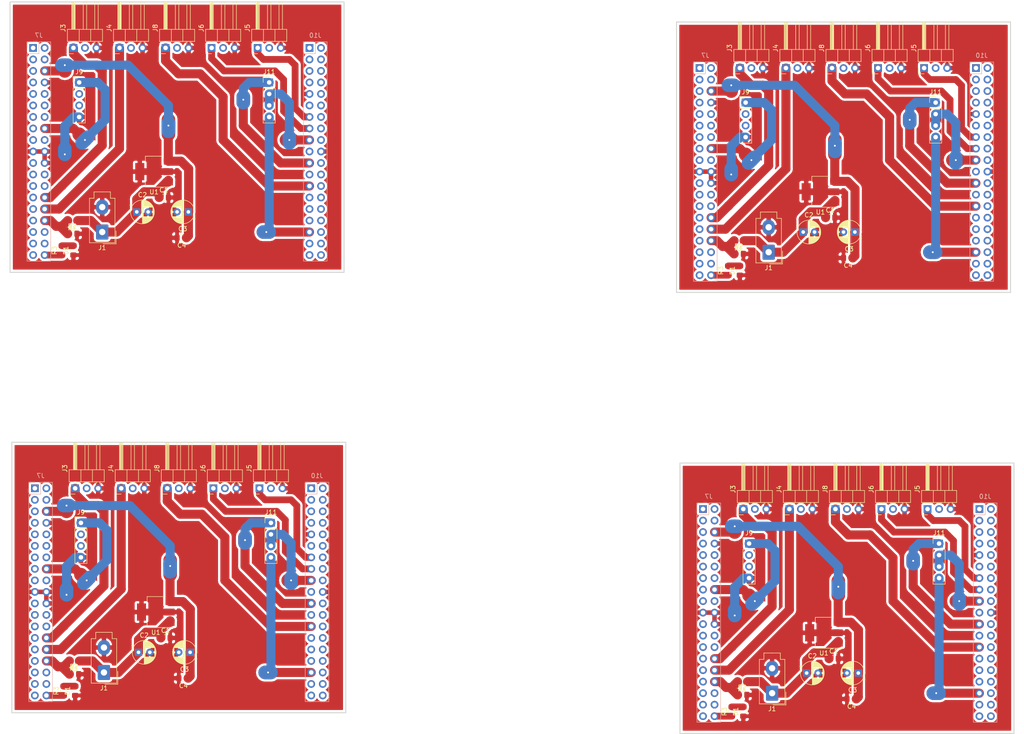
<source format=kicad_pcb>
(kicad_pcb (version 20171130) (host pcbnew "(5.0.2)-1")
  (layers (0 F.Cu signal) (31 B.Cu signal) (34 B.Paste user) (35 F.Paste user) (36 B.SilkS user) (37 F.SilkS user) (38 B.Mask user) (39 F.Mask user) (44 Edge.Cuts user))
  (net 0 "")
  (net 1 VCC)
  (net 2 +5V)
  (net 3 +3V3)
  (net 4 TIM2_CH1)
  (net 5 TIM2_CH2)
  (net 6 TIM3_CH1)
  (net 7 TIM3_CH2)
  (net 8 TIM3_CH3)
  (net 9 "Net-(D1-Pad2)")
  (net 10 USER_LED)
  (net 11 DE)
  (net 12 DI)
  (net 13 RO)
  (net 14 GND)
  (net 15 ADC)
  (module Resistor_SMD:R_0805_2012Metric_Pad1.15x1.40mm_HandSolder (layer F.Cu) (at 195.767 178.490001)
    (fp_text reference R2 (at 0 -1.65) (layer F.SilkS))
    (fp_text value 3k)
    (pad 1 smd roundrect (at -1.025 0) (size 1.15 1.4) (layers F.Cu F.Paste F.Mask) (roundrect_rratio 0.217391) (net 15 ADC))
    (pad 2 smd roundrect (at 1.025 0) (size 1.15 1.4) (layers F.Cu F.Paste F.Mask) (roundrect_rratio 0.217391) (net 14 GND))
  )
  (module Resistor_SMD:R_0805_2012Metric_Pad1.15x1.40mm_HandSolder (layer F.Cu) (at 48.396 173.918001)
    (fp_text reference R2 (at 0 -1.65) (layer F.SilkS))
    (fp_text value 3k)
    (pad 1 smd roundrect (at -1.025 0) (size 1.15 1.4) (layers F.Cu F.Paste F.Mask) (roundrect_rratio 0.217391) (net 15 ADC))
    (pad 2 smd roundrect (at 1.025 0) (size 1.15 1.4) (layers F.Cu F.Paste F.Mask) (roundrect_rratio 0.217391) (net 14 GND))
  )
  (module Resistor_SMD:R_0805_2012Metric_Pad1.15x1.40mm_HandSolder (layer F.Cu) (at 195.005 81.157001)
    (fp_text reference R2 (at 0 -1.65) (layer F.SilkS))
    (fp_text value 3k)
    (pad 1 smd roundrect (at -1.025 0) (size 1.15 1.4) (layers F.Cu F.Paste F.Mask) (roundrect_rratio 0.217391) (net 15 ADC))
    (pad 2 smd roundrect (at 1.025 0) (size 1.15 1.4) (layers F.Cu F.Paste F.Mask) (roundrect_rratio 0.217391) (net 14 GND))
  )
  (module Connector_PinHeader_2.54mm:PinHeader_1x04_P2.54mm_Vertical (layer F.Cu) (at 239.192 145.085)
    (fp_text reference J11 (at 0 -2.33) (layer F.SilkS))
    (fp_text value Conn_01x04)
    (pad 4 thru_hole oval (at 0 7.62) (size 1.7 1.7) (drill 1) (layers *.Cu *.Mask) (net 13 RO))
    (pad 3 thru_hole oval (at 0 5.08) (size 1.7 1.7) (drill 1) (layers *.Cu *.Mask) (net 11 DE))
    (pad 2 thru_hole oval (at 0 2.54) (size 1.7 1.7) (drill 1) (layers *.Cu *.Mask) (net 11 DE))
    (pad 1 thru_hole rect (at 0 0) (size 1.7 1.7) (drill 1) (layers *.Cu *.Mask) (net 12 DI))
  )
  (module Connector_PinHeader_2.54mm:PinHeader_1x04_P2.54mm_Vertical (layer F.Cu) (at 91.821 140.513)
    (fp_text reference J11 (at 0 -2.33) (layer F.SilkS))
    (fp_text value Conn_01x04)
    (pad 4 thru_hole oval (at 0 7.62) (size 1.7 1.7) (drill 1) (layers *.Cu *.Mask) (net 13 RO))
    (pad 3 thru_hole oval (at 0 5.08) (size 1.7 1.7) (drill 1) (layers *.Cu *.Mask) (net 11 DE))
    (pad 2 thru_hole oval (at 0 2.54) (size 1.7 1.7) (drill 1) (layers *.Cu *.Mask) (net 11 DE))
    (pad 1 thru_hole rect (at 0 0) (size 1.7 1.7) (drill 1) (layers *.Cu *.Mask) (net 12 DI))
  )
  (module Connector_PinHeader_2.54mm:PinHeader_1x04_P2.54mm_Vertical (layer F.Cu) (at 238.43 47.752)
    (fp_text reference J11 (at 0 -2.33) (layer F.SilkS))
    (fp_text value Conn_01x04)
    (pad 4 thru_hole oval (at 0 7.62) (size 1.7 1.7) (drill 1) (layers *.Cu *.Mask) (net 13 RO))
    (pad 3 thru_hole oval (at 0 5.08) (size 1.7 1.7) (drill 1) (layers *.Cu *.Mask) (net 11 DE))
    (pad 2 thru_hole oval (at 0 2.54) (size 1.7 1.7) (drill 1) (layers *.Cu *.Mask) (net 11 DE))
    (pad 1 thru_hole rect (at 0 0) (size 1.7 1.7) (drill 1) (layers *.Cu *.Mask) (net 12 DI))
  )
  (module Resistor_SMD:R_0805_2012Metric_Pad1.15x1.40mm_HandSolder (layer F.Cu) (at 195.767 175.565 180)
    (fp_text reference R1 (at 0 -1.65 180) (layer F.SilkS))
    (fp_text value 15k)
    (pad 2 smd roundrect (at 1.025 0 180) (size 1.15 1.4) (layers F.Cu F.Paste F.Mask) (roundrect_rratio 0.217391) (net 15 ADC))
    (pad 1 smd roundrect (at -1.025 0 180) (size 1.15 1.4) (layers F.Cu F.Paste F.Mask) (roundrect_rratio 0.217391) (net 1 VCC))
  )
  (module Resistor_SMD:R_0805_2012Metric_Pad1.15x1.40mm_HandSolder (layer F.Cu) (at 48.396 170.993 180)
    (fp_text reference R1 (at 0 -1.65 180) (layer F.SilkS))
    (fp_text value 15k)
    (pad 2 smd roundrect (at 1.025 0 180) (size 1.15 1.4) (layers F.Cu F.Paste F.Mask) (roundrect_rratio 0.217391) (net 15 ADC))
    (pad 1 smd roundrect (at -1.025 0 180) (size 1.15 1.4) (layers F.Cu F.Paste F.Mask) (roundrect_rratio 0.217391) (net 1 VCC))
  )
  (module Resistor_SMD:R_0805_2012Metric_Pad1.15x1.40mm_HandSolder (layer F.Cu) (at 195.005 78.232 180)
    (fp_text reference R1 (at 0 -1.65 180) (layer F.SilkS))
    (fp_text value 15k)
    (pad 2 smd roundrect (at 1.025 0 180) (size 1.15 1.4) (layers F.Cu F.Paste F.Mask) (roundrect_rratio 0.217391) (net 15 ADC))
    (pad 1 smd roundrect (at -1.025 0 180) (size 1.15 1.4) (layers F.Cu F.Paste F.Mask) (roundrect_rratio 0.217391) (net 1 VCC))
  )
  (module Resistor_SMD:R_0805_2012Metric_Pad1.15x1.40mm_HandSolder (layer F.Cu) (at 193.472 182.16 90)
    (fp_text reference R3 (at 0 -1.65 90) (layer F.SilkS))
    (fp_text value 470)
    (pad 2 smd roundrect (at 1.025 0 90) (size 1.15 1.4) (layers F.Cu F.Paste F.Mask) (roundrect_rratio 0.217391) (net 9 "Net-(D1-Pad2)"))
    (pad 1 smd roundrect (at -1.025 0 90) (size 1.15 1.4) (layers F.Cu F.Paste F.Mask) (roundrect_rratio 0.217391) (net 10 USER_LED))
  )
  (module Resistor_SMD:R_0805_2012Metric_Pad1.15x1.40mm_HandSolder (layer F.Cu) (at 46.101 177.588 90)
    (fp_text reference R3 (at 0 -1.65 90) (layer F.SilkS))
    (fp_text value 470)
    (pad 2 smd roundrect (at 1.025 0 90) (size 1.15 1.4) (layers F.Cu F.Paste F.Mask) (roundrect_rratio 0.217391) (net 9 "Net-(D1-Pad2)"))
    (pad 1 smd roundrect (at -1.025 0 90) (size 1.15 1.4) (layers F.Cu F.Paste F.Mask) (roundrect_rratio 0.217391) (net 10 USER_LED))
  )
  (module Resistor_SMD:R_0805_2012Metric_Pad1.15x1.40mm_HandSolder (layer F.Cu) (at 192.71 84.827 90)
    (fp_text reference R3 (at 0 -1.65 90) (layer F.SilkS))
    (fp_text value 470)
    (pad 2 smd roundrect (at 1.025 0 90) (size 1.15 1.4) (layers F.Cu F.Paste F.Mask) (roundrect_rratio 0.217391) (net 9 "Net-(D1-Pad2)"))
    (pad 1 smd roundrect (at -1.025 0 90) (size 1.15 1.4) (layers F.Cu F.Paste F.Mask) (roundrect_rratio 0.217391) (net 10 USER_LED))
  )
  (module Connector_Molex:Molex_Mini-Fit_Jr_5566-02A_2x01_P4.20mm_Vertical (layer F.Cu) (at 202.362 178.105 180)
    (fp_text reference J1 (at 0 -3.45 180) (layer F.SilkS))
    (fp_text value Vin)
    (pad 2 thru_hole oval (at 0 5.5 180) (size 2.7 3.3) (drill 1.4) (layers *.Cu *.Mask) (net 14 GND))
    (pad 1 thru_hole roundrect (at 0 0 180) (size 2.7 3.3) (drill 1.4) (layers *.Cu *.Mask) (roundrect_rratio 0.09259299999999999) (net 1 VCC))
  )
  (module Connector_Molex:Molex_Mini-Fit_Jr_5566-02A_2x01_P4.20mm_Vertical (layer F.Cu) (at 54.991 173.533 180)
    (fp_text reference J1 (at 0 -3.45 180) (layer F.SilkS))
    (fp_text value Vin)
    (pad 2 thru_hole oval (at 0 5.5 180) (size 2.7 3.3) (drill 1.4) (layers *.Cu *.Mask) (net 14 GND))
    (pad 1 thru_hole roundrect (at 0 0 180) (size 2.7 3.3) (drill 1.4) (layers *.Cu *.Mask) (roundrect_rratio 0.09259299999999999) (net 1 VCC))
  )
  (module Connector_Molex:Molex_Mini-Fit_Jr_5566-02A_2x01_P4.20mm_Vertical (layer F.Cu) (at 201.6 80.772 180)
    (fp_text reference J1 (at 0 -3.45 180) (layer F.SilkS))
    (fp_text value Vin)
    (pad 2 thru_hole oval (at 0 5.5 180) (size 2.7 3.3) (drill 1.4) (layers *.Cu *.Mask) (net 14 GND))
    (pad 1 thru_hole roundrect (at 0 0 180) (size 2.7 3.3) (drill 1.4) (layers *.Cu *.Mask) (roundrect_rratio 0.09259299999999999) (net 1 VCC))
  )
  (module Connector_PinHeader_2.54mm:PinHeader_1x03_P2.54mm_Horizontal (layer F.Cu) (at 196.012 137.465 90)
    (fp_text reference J3 (at 4.385 -2.27 90) (layer F.SilkS))
    (fp_text value Conn_01x03)
    (pad 3 thru_hole oval (at 0 5.08 90) (size 1.7 1.7) (drill 1) (layers *.Cu *.Mask) (net 14 GND))
    (pad 2 thru_hole oval (at 0 2.54 90) (size 1.7 1.7) (drill 1) (layers *.Cu *.Mask))
    (pad 1 thru_hole rect (at 0 0 90) (size 1.7 1.7) (drill 1) (layers *.Cu *.Mask) (net 4 TIM2_CH1))
  )
  (module Connector_PinHeader_2.54mm:PinHeader_1x03_P2.54mm_Horizontal (layer F.Cu) (at 48.641 132.893 90)
    (fp_text reference J3 (at 4.385 -2.27 90) (layer F.SilkS))
    (fp_text value Conn_01x03)
    (pad 3 thru_hole oval (at 0 5.08 90) (size 1.7 1.7) (drill 1) (layers *.Cu *.Mask) (net 14 GND))
    (pad 2 thru_hole oval (at 0 2.54 90) (size 1.7 1.7) (drill 1) (layers *.Cu *.Mask))
    (pad 1 thru_hole rect (at 0 0 90) (size 1.7 1.7) (drill 1) (layers *.Cu *.Mask) (net 4 TIM2_CH1))
  )
  (module Connector_PinHeader_2.54mm:PinHeader_1x03_P2.54mm_Horizontal (layer F.Cu) (at 195.25 40.132 90)
    (fp_text reference J3 (at 4.385 -2.27 90) (layer F.SilkS))
    (fp_text value Conn_01x03)
    (pad 3 thru_hole oval (at 0 5.08 90) (size 1.7 1.7) (drill 1) (layers *.Cu *.Mask) (net 14 GND))
    (pad 2 thru_hole oval (at 0 2.54 90) (size 1.7 1.7) (drill 1) (layers *.Cu *.Mask))
    (pad 1 thru_hole rect (at 0 0 90) (size 1.7 1.7) (drill 1) (layers *.Cu *.Mask) (net 4 TIM2_CH1))
  )
  (module Connector_PinSocket_2.54mm:PinSocket_2x19_P2.54mm_Vertical (layer B.Cu) (at 248.082 137.465 180)
    (fp_text reference J10 (at -1.27 2.77 180) (layer B.SilkS) (effects (justify mirror)))
    (fp_text value Conn_02x19_Odd_Even)
    (pad 38 thru_hole oval (at -2.54 -45.72 180) (size 1.7 1.7) (drill 1) (layers *.Cu *.Mask))
    (pad 37 thru_hole oval (at 0 -45.72 180) (size 1.7 1.7) (drill 1) (layers *.Cu *.Mask))
    (pad 36 thru_hole oval (at -2.54 -43.18 180) (size 1.7 1.7) (drill 1) (layers *.Cu *.Mask))
    (pad 35 thru_hole oval (at 0 -43.18 180) (size 1.7 1.7) (drill 1) (layers *.Cu *.Mask))
    (pad 34 thru_hole oval (at -2.54 -40.64 180) (size 1.7 1.7) (drill 1) (layers *.Cu *.Mask))
    (pad 33 thru_hole oval (at 0 -40.64 180) (size 1.7 1.7) (drill 1) (layers *.Cu *.Mask) (net 13 RO))
    (pad 32 thru_hole oval (at -2.54 -38.1 180) (size 1.7 1.7) (drill 1) (layers *.Cu *.Mask))
    (pad 31 thru_hole oval (at 0 -38.1 180) (size 1.7 1.7) (drill 1) (layers *.Cu *.Mask))
    (pad 30 thru_hole oval (at -2.54 -35.56 180) (size 1.7 1.7) (drill 1) (layers *.Cu *.Mask))
    (pad 29 thru_hole oval (at 0 -35.56 180) (size 1.7 1.7) (drill 1) (layers *.Cu *.Mask))
    (pad 28 thru_hole oval (at -2.54 -33.02 180) (size 1.7 1.7) (drill 1) (layers *.Cu *.Mask))
    (pad 27 thru_hole oval (at 0 -33.02 180) (size 1.7 1.7) (drill 1) (layers *.Cu *.Mask))
    (pad 26 thru_hole oval (at -2.54 -30.48 180) (size 1.7 1.7) (drill 1) (layers *.Cu *.Mask))
    (pad 25 thru_hole oval (at 0 -30.48 180) (size 1.7 1.7) (drill 1) (layers *.Cu *.Mask) (net 8 TIM3_CH3))
    (pad 24 thru_hole oval (at -2.54 -27.94 180) (size 1.7 1.7) (drill 1) (layers *.Cu *.Mask))
    (pad 23 thru_hole oval (at 0 -27.94 180) (size 1.7 1.7) (drill 1) (layers *.Cu *.Mask))
    (pad 22 thru_hole oval (at -2.54 -25.4 180) (size 1.7 1.7) (drill 1) (layers *.Cu *.Mask))
    (pad 21 thru_hole oval (at 0 -25.4 180) (size 1.7 1.7) (drill 1) (layers *.Cu *.Mask) (net 12 DI))
    (pad 20 thru_hole oval (at -2.54 -22.86 180) (size 1.7 1.7) (drill 1) (layers *.Cu *.Mask) (net 14 GND))
    (pad 19 thru_hole oval (at 0 -22.86 180) (size 1.7 1.7) (drill 1) (layers *.Cu *.Mask))
    (pad 18 thru_hole oval (at -2.54 -20.32 180) (size 1.7 1.7) (drill 1) (layers *.Cu *.Mask))
    (pad 17 thru_hole oval (at 0 -20.32 180) (size 1.7 1.7) (drill 1) (layers *.Cu *.Mask) (net 11 DE))
    (pad 16 thru_hole oval (at -2.54 -17.78 180) (size 1.7 1.7) (drill 1) (layers *.Cu *.Mask))
    (pad 15 thru_hole oval (at 0 -17.78 180) (size 1.7 1.7) (drill 1) (layers *.Cu *.Mask) (net 7 TIM3_CH2))
    (pad 14 thru_hole oval (at -2.54 -15.24 180) (size 1.7 1.7) (drill 1) (layers *.Cu *.Mask))
    (pad 13 thru_hole oval (at 0 -15.24 180) (size 1.7 1.7) (drill 1) (layers *.Cu *.Mask) (net 6 TIM3_CH1))
    (pad 12 thru_hole oval (at -2.54 -12.7 180) (size 1.7 1.7) (drill 1) (layers *.Cu *.Mask))
    (pad 11 thru_hole oval (at 0 -12.7 180) (size 1.7 1.7) (drill 1) (layers *.Cu *.Mask))
    (pad 10 thru_hole oval (at -2.54 -10.16 180) (size 1.7 1.7) (drill 1) (layers *.Cu *.Mask))
    (pad 9 thru_hole oval (at 0 -10.16 180) (size 1.7 1.7) (drill 1) (layers *.Cu *.Mask) (net 14 GND))
    (pad 8 thru_hole oval (at -2.54 -7.62 180) (size 1.7 1.7) (drill 1) (layers *.Cu *.Mask))
    (pad 7 thru_hole oval (at 0 -7.62 180) (size 1.7 1.7) (drill 1) (layers *.Cu *.Mask))
    (pad 6 thru_hole oval (at -2.54 -5.08 180) (size 1.7 1.7) (drill 1) (layers *.Cu *.Mask))
    (pad 5 thru_hole oval (at 0 -5.08 180) (size 1.7 1.7) (drill 1) (layers *.Cu *.Mask))
    (pad 4 thru_hole oval (at -2.54 -2.54 180) (size 1.7 1.7) (drill 1) (layers *.Cu *.Mask))
    (pad 3 thru_hole oval (at 0 -2.54 180) (size 1.7 1.7) (drill 1) (layers *.Cu *.Mask))
    (pad 2 thru_hole oval (at -2.54 0 180) (size 1.7 1.7) (drill 1) (layers *.Cu *.Mask))
    (pad 1 thru_hole rect (at 0 0 180) (size 1.7 1.7) (drill 1) (layers *.Cu *.Mask))
  )
  (module Connector_PinSocket_2.54mm:PinSocket_2x19_P2.54mm_Vertical (layer B.Cu) (at 100.711 132.893 180)
    (fp_text reference J10 (at -1.27 2.77 180) (layer B.SilkS) (effects (justify mirror)))
    (fp_text value Conn_02x19_Odd_Even)
    (pad 38 thru_hole oval (at -2.54 -45.72 180) (size 1.7 1.7) (drill 1) (layers *.Cu *.Mask))
    (pad 37 thru_hole oval (at 0 -45.72 180) (size 1.7 1.7) (drill 1) (layers *.Cu *.Mask))
    (pad 36 thru_hole oval (at -2.54 -43.18 180) (size 1.7 1.7) (drill 1) (layers *.Cu *.Mask))
    (pad 35 thru_hole oval (at 0 -43.18 180) (size 1.7 1.7) (drill 1) (layers *.Cu *.Mask))
    (pad 34 thru_hole oval (at -2.54 -40.64 180) (size 1.7 1.7) (drill 1) (layers *.Cu *.Mask))
    (pad 33 thru_hole oval (at 0 -40.64 180) (size 1.7 1.7) (drill 1) (layers *.Cu *.Mask) (net 13 RO))
    (pad 32 thru_hole oval (at -2.54 -38.1 180) (size 1.7 1.7) (drill 1) (layers *.Cu *.Mask))
    (pad 31 thru_hole oval (at 0 -38.1 180) (size 1.7 1.7) (drill 1) (layers *.Cu *.Mask))
    (pad 30 thru_hole oval (at -2.54 -35.56 180) (size 1.7 1.7) (drill 1) (layers *.Cu *.Mask))
    (pad 29 thru_hole oval (at 0 -35.56 180) (size 1.7 1.7) (drill 1) (layers *.Cu *.Mask))
    (pad 28 thru_hole oval (at -2.54 -33.02 180) (size 1.7 1.7) (drill 1) (layers *.Cu *.Mask))
    (pad 27 thru_hole oval (at 0 -33.02 180) (size 1.7 1.7) (drill 1) (layers *.Cu *.Mask))
    (pad 26 thru_hole oval (at -2.54 -30.48 180) (size 1.7 1.7) (drill 1) (layers *.Cu *.Mask))
    (pad 25 thru_hole oval (at 0 -30.48 180) (size 1.7 1.7) (drill 1) (layers *.Cu *.Mask) (net 8 TIM3_CH3))
    (pad 24 thru_hole oval (at -2.54 -27.94 180) (size 1.7 1.7) (drill 1) (layers *.Cu *.Mask))
    (pad 23 thru_hole oval (at 0 -27.94 180) (size 1.7 1.7) (drill 1) (layers *.Cu *.Mask))
    (pad 22 thru_hole oval (at -2.54 -25.4 180) (size 1.7 1.7) (drill 1) (layers *.Cu *.Mask))
    (pad 21 thru_hole oval (at 0 -25.4 180) (size 1.7 1.7) (drill 1) (layers *.Cu *.Mask) (net 12 DI))
    (pad 20 thru_hole oval (at -2.54 -22.86 180) (size 1.7 1.7) (drill 1) (layers *.Cu *.Mask) (net 14 GND))
    (pad 19 thru_hole oval (at 0 -22.86 180) (size 1.7 1.7) (drill 1) (layers *.Cu *.Mask))
    (pad 18 thru_hole oval (at -2.54 -20.32 180) (size 1.7 1.7) (drill 1) (layers *.Cu *.Mask))
    (pad 17 thru_hole oval (at 0 -20.32 180) (size 1.7 1.7) (drill 1) (layers *.Cu *.Mask) (net 11 DE))
    (pad 16 thru_hole oval (at -2.54 -17.78 180) (size 1.7 1.7) (drill 1) (layers *.Cu *.Mask))
    (pad 15 thru_hole oval (at 0 -17.78 180) (size 1.7 1.7) (drill 1) (layers *.Cu *.Mask) (net 7 TIM3_CH2))
    (pad 14 thru_hole oval (at -2.54 -15.24 180) (size 1.7 1.7) (drill 1) (layers *.Cu *.Mask))
    (pad 13 thru_hole oval (at 0 -15.24 180) (size 1.7 1.7) (drill 1) (layers *.Cu *.Mask) (net 6 TIM3_CH1))
    (pad 12 thru_hole oval (at -2.54 -12.7 180) (size 1.7 1.7) (drill 1) (layers *.Cu *.Mask))
    (pad 11 thru_hole oval (at 0 -12.7 180) (size 1.7 1.7) (drill 1) (layers *.Cu *.Mask))
    (pad 10 thru_hole oval (at -2.54 -10.16 180) (size 1.7 1.7) (drill 1) (layers *.Cu *.Mask))
    (pad 9 thru_hole oval (at 0 -10.16 180) (size 1.7 1.7) (drill 1) (layers *.Cu *.Mask) (net 14 GND))
    (pad 8 thru_hole oval (at -2.54 -7.62 180) (size 1.7 1.7) (drill 1) (layers *.Cu *.Mask))
    (pad 7 thru_hole oval (at 0 -7.62 180) (size 1.7 1.7) (drill 1) (layers *.Cu *.Mask))
    (pad 6 thru_hole oval (at -2.54 -5.08 180) (size 1.7 1.7) (drill 1) (layers *.Cu *.Mask))
    (pad 5 thru_hole oval (at 0 -5.08 180) (size 1.7 1.7) (drill 1) (layers *.Cu *.Mask))
    (pad 4 thru_hole oval (at -2.54 -2.54 180) (size 1.7 1.7) (drill 1) (layers *.Cu *.Mask))
    (pad 3 thru_hole oval (at 0 -2.54 180) (size 1.7 1.7) (drill 1) (layers *.Cu *.Mask))
    (pad 2 thru_hole oval (at -2.54 0 180) (size 1.7 1.7) (drill 1) (layers *.Cu *.Mask))
    (pad 1 thru_hole rect (at 0 0 180) (size 1.7 1.7) (drill 1) (layers *.Cu *.Mask))
  )
  (module Connector_PinSocket_2.54mm:PinSocket_2x19_P2.54mm_Vertical (layer B.Cu) (at 247.32 40.132 180)
    (fp_text reference J10 (at -1.27 2.77 180) (layer B.SilkS) (effects (justify mirror)))
    (fp_text value Conn_02x19_Odd_Even)
    (pad 38 thru_hole oval (at -2.54 -45.72 180) (size 1.7 1.7) (drill 1) (layers *.Cu *.Mask))
    (pad 37 thru_hole oval (at 0 -45.72 180) (size 1.7 1.7) (drill 1) (layers *.Cu *.Mask))
    (pad 36 thru_hole oval (at -2.54 -43.18 180) (size 1.7 1.7) (drill 1) (layers *.Cu *.Mask))
    (pad 35 thru_hole oval (at 0 -43.18 180) (size 1.7 1.7) (drill 1) (layers *.Cu *.Mask))
    (pad 34 thru_hole oval (at -2.54 -40.64 180) (size 1.7 1.7) (drill 1) (layers *.Cu *.Mask))
    (pad 33 thru_hole oval (at 0 -40.64 180) (size 1.7 1.7) (drill 1) (layers *.Cu *.Mask) (net 13 RO))
    (pad 32 thru_hole oval (at -2.54 -38.1 180) (size 1.7 1.7) (drill 1) (layers *.Cu *.Mask))
    (pad 31 thru_hole oval (at 0 -38.1 180) (size 1.7 1.7) (drill 1) (layers *.Cu *.Mask))
    (pad 30 thru_hole oval (at -2.54 -35.56 180) (size 1.7 1.7) (drill 1) (layers *.Cu *.Mask))
    (pad 29 thru_hole oval (at 0 -35.56 180) (size 1.7 1.7) (drill 1) (layers *.Cu *.Mask))
    (pad 28 thru_hole oval (at -2.54 -33.02 180) (size 1.7 1.7) (drill 1) (layers *.Cu *.Mask))
    (pad 27 thru_hole oval (at 0 -33.02 180) (size 1.7 1.7) (drill 1) (layers *.Cu *.Mask))
    (pad 26 thru_hole oval (at -2.54 -30.48 180) (size 1.7 1.7) (drill 1) (layers *.Cu *.Mask))
    (pad 25 thru_hole oval (at 0 -30.48 180) (size 1.7 1.7) (drill 1) (layers *.Cu *.Mask) (net 8 TIM3_CH3))
    (pad 24 thru_hole oval (at -2.54 -27.94 180) (size 1.7 1.7) (drill 1) (layers *.Cu *.Mask))
    (pad 23 thru_hole oval (at 0 -27.94 180) (size 1.7 1.7) (drill 1) (layers *.Cu *.Mask))
    (pad 22 thru_hole oval (at -2.54 -25.4 180) (size 1.7 1.7) (drill 1) (layers *.Cu *.Mask))
    (pad 21 thru_hole oval (at 0 -25.4 180) (size 1.7 1.7) (drill 1) (layers *.Cu *.Mask) (net 12 DI))
    (pad 20 thru_hole oval (at -2.54 -22.86 180) (size 1.7 1.7) (drill 1) (layers *.Cu *.Mask) (net 14 GND))
    (pad 19 thru_hole oval (at 0 -22.86 180) (size 1.7 1.7) (drill 1) (layers *.Cu *.Mask))
    (pad 18 thru_hole oval (at -2.54 -20.32 180) (size 1.7 1.7) (drill 1) (layers *.Cu *.Mask))
    (pad 17 thru_hole oval (at 0 -20.32 180) (size 1.7 1.7) (drill 1) (layers *.Cu *.Mask) (net 11 DE))
    (pad 16 thru_hole oval (at -2.54 -17.78 180) (size 1.7 1.7) (drill 1) (layers *.Cu *.Mask))
    (pad 15 thru_hole oval (at 0 -17.78 180) (size 1.7 1.7) (drill 1) (layers *.Cu *.Mask) (net 7 TIM3_CH2))
    (pad 14 thru_hole oval (at -2.54 -15.24 180) (size 1.7 1.7) (drill 1) (layers *.Cu *.Mask))
    (pad 13 thru_hole oval (at 0 -15.24 180) (size 1.7 1.7) (drill 1) (layers *.Cu *.Mask) (net 6 TIM3_CH1))
    (pad 12 thru_hole oval (at -2.54 -12.7 180) (size 1.7 1.7) (drill 1) (layers *.Cu *.Mask))
    (pad 11 thru_hole oval (at 0 -12.7 180) (size 1.7 1.7) (drill 1) (layers *.Cu *.Mask))
    (pad 10 thru_hole oval (at -2.54 -10.16 180) (size 1.7 1.7) (drill 1) (layers *.Cu *.Mask))
    (pad 9 thru_hole oval (at 0 -10.16 180) (size 1.7 1.7) (drill 1) (layers *.Cu *.Mask) (net 14 GND))
    (pad 8 thru_hole oval (at -2.54 -7.62 180) (size 1.7 1.7) (drill 1) (layers *.Cu *.Mask))
    (pad 7 thru_hole oval (at 0 -7.62 180) (size 1.7 1.7) (drill 1) (layers *.Cu *.Mask))
    (pad 6 thru_hole oval (at -2.54 -5.08 180) (size 1.7 1.7) (drill 1) (layers *.Cu *.Mask))
    (pad 5 thru_hole oval (at 0 -5.08 180) (size 1.7 1.7) (drill 1) (layers *.Cu *.Mask))
    (pad 4 thru_hole oval (at -2.54 -2.54 180) (size 1.7 1.7) (drill 1) (layers *.Cu *.Mask))
    (pad 3 thru_hole oval (at 0 -2.54 180) (size 1.7 1.7) (drill 1) (layers *.Cu *.Mask))
    (pad 2 thru_hole oval (at -2.54 0 180) (size 1.7 1.7) (drill 1) (layers *.Cu *.Mask))
    (pad 1 thru_hole rect (at 0 0 180) (size 1.7 1.7) (drill 1) (layers *.Cu *.Mask))
  )
  (module Capacitor_SMD:C_0805_2012Metric_Pad1.15x1.40mm_HandSolder (layer F.Cu) (at 219.897 179.375 180)
    (fp_text reference C4 (at 0 -1.65 180) (layer F.SilkS))
    (fp_text value 100n)
    (pad 2 smd roundrect (at 1.025 0 180) (size 1.15 1.4) (layers F.Cu F.Paste F.Mask) (roundrect_rratio 0.217391) (net 14 GND))
    (pad 1 smd roundrect (at -1.025 0 180) (size 1.15 1.4) (layers F.Cu F.Paste F.Mask) (roundrect_rratio 0.217391) (net 2 +5V))
  )
  (module Capacitor_SMD:C_0805_2012Metric_Pad1.15x1.40mm_HandSolder (layer F.Cu) (at 72.526 174.803 180)
    (fp_text reference C4 (at 0 -1.65 180) (layer F.SilkS))
    (fp_text value 100n)
    (pad 2 smd roundrect (at 1.025 0 180) (size 1.15 1.4) (layers F.Cu F.Paste F.Mask) (roundrect_rratio 0.217391) (net 14 GND))
    (pad 1 smd roundrect (at -1.025 0 180) (size 1.15 1.4) (layers F.Cu F.Paste F.Mask) (roundrect_rratio 0.217391) (net 2 +5V))
  )
  (module Capacitor_SMD:C_0805_2012Metric_Pad1.15x1.40mm_HandSolder (layer F.Cu) (at 219.135 82.042 180)
    (fp_text reference C4 (at 0 -1.65 180) (layer F.SilkS))
    (fp_text value 100n)
    (pad 2 smd roundrect (at 1.025 0 180) (size 1.15 1.4) (layers F.Cu F.Paste F.Mask) (roundrect_rratio 0.217391) (net 14 GND))
    (pad 1 smd roundrect (at -1.025 0 180) (size 1.15 1.4) (layers F.Cu F.Paste F.Mask) (roundrect_rratio 0.217391) (net 2 +5V))
  )
  (module Connector_PinSocket_2.54mm:PinSocket_2x19_P2.54mm_Vertical (layer B.Cu) (at 187.122 137.465 180)
    (fp_text reference J7 (at -1.27 2.77 180) (layer B.SilkS) (effects (justify mirror)))
    (fp_text value Conn_02x19_Odd_Even)
    (pad 1 thru_hole rect (at 0 0 180) (size 1.7 1.7) (drill 1) (layers *.Cu *.Mask))
    (pad 2 thru_hole oval (at -2.54 0 180) (size 1.7 1.7) (drill 1) (layers *.Cu *.Mask))
    (pad 3 thru_hole oval (at 0 -2.54 180) (size 1.7 1.7) (drill 1) (layers *.Cu *.Mask))
    (pad 4 thru_hole oval (at -2.54 -2.54 180) (size 1.7 1.7) (drill 1) (layers *.Cu *.Mask))
    (pad 5 thru_hole oval (at 0 -5.08 180) (size 1.7 1.7) (drill 1) (layers *.Cu *.Mask))
    (pad 6 thru_hole oval (at -2.54 -5.08 180) (size 1.7 1.7) (drill 1) (layers *.Cu *.Mask) (net 2 +5V))
    (pad 7 thru_hole oval (at 0 -7.62 180) (size 1.7 1.7) (drill 1) (layers *.Cu *.Mask))
    (pad 8 thru_hole oval (at -2.54 -7.62 180) (size 1.7 1.7) (drill 1) (layers *.Cu *.Mask) (net 14 GND))
    (pad 9 thru_hole oval (at 0 -10.16 180) (size 1.7 1.7) (drill 1) (layers *.Cu *.Mask))
    (pad 10 thru_hole oval (at -2.54 -10.16 180) (size 1.7 1.7) (drill 1) (layers *.Cu *.Mask))
    (pad 11 thru_hole oval (at 0 -12.7 180) (size 1.7 1.7) (drill 1) (layers *.Cu *.Mask))
    (pad 12 thru_hole oval (at -2.54 -12.7 180) (size 1.7 1.7) (drill 1) (layers *.Cu *.Mask))
    (pad 13 thru_hole oval (at 0 -15.24 180) (size 1.7 1.7) (drill 1) (layers *.Cu *.Mask))
    (pad 14 thru_hole oval (at -2.54 -15.24 180) (size 1.7 1.7) (drill 1) (layers *.Cu *.Mask))
    (pad 15 thru_hole oval (at 0 -17.78 180) (size 1.7 1.7) (drill 1) (layers *.Cu *.Mask))
    (pad 16 thru_hole oval (at -2.54 -17.78 180) (size 1.7 1.7) (drill 1) (layers *.Cu *.Mask) (net 3 +3V3))
    (pad 17 thru_hole oval (at 0 -20.32 180) (size 1.7 1.7) (drill 1) (layers *.Cu *.Mask))
    (pad 18 thru_hole oval (at -2.54 -20.32 180) (size 1.7 1.7) (drill 1) (layers *.Cu *.Mask))
    (pad 19 thru_hole oval (at 0 -22.86 180) (size 1.7 1.7) (drill 1) (layers *.Cu *.Mask) (net 14 GND))
    (pad 20 thru_hole oval (at -2.54 -22.86 180) (size 1.7 1.7) (drill 1) (layers *.Cu *.Mask) (net 14 GND))
    (pad 21 thru_hole oval (at 0 -25.4 180) (size 1.7 1.7) (drill 1) (layers *.Cu *.Mask))
    (pad 22 thru_hole oval (at -2.54 -25.4 180) (size 1.7 1.7) (drill 1) (layers *.Cu *.Mask) (net 14 GND))
    (pad 23 thru_hole oval (at 0 -27.94 180) (size 1.7 1.7) (drill 1) (layers *.Cu *.Mask))
    (pad 24 thru_hole oval (at -2.54 -27.94 180) (size 1.7 1.7) (drill 1) (layers *.Cu *.Mask))
    (pad 25 thru_hole oval (at 0 -30.48 180) (size 1.7 1.7) (drill 1) (layers *.Cu *.Mask))
    (pad 26 thru_hole oval (at -2.54 -30.48 180) (size 1.7 1.7) (drill 1) (layers *.Cu *.Mask))
    (pad 27 thru_hole oval (at 0 -33.02 180) (size 1.7 1.7) (drill 1) (layers *.Cu *.Mask))
    (pad 28 thru_hole oval (at -2.54 -33.02 180) (size 1.7 1.7) (drill 1) (layers *.Cu *.Mask) (net 4 TIM2_CH1))
    (pad 29 thru_hole oval (at 0 -35.56 180) (size 1.7 1.7) (drill 1) (layers *.Cu *.Mask))
    (pad 30 thru_hole oval (at -2.54 -35.56 180) (size 1.7 1.7) (drill 1) (layers *.Cu *.Mask) (net 5 TIM2_CH2))
    (pad 31 thru_hole oval (at 0 -38.1 180) (size 1.7 1.7) (drill 1) (layers *.Cu *.Mask))
    (pad 32 thru_hole oval (at -2.54 -38.1 180) (size 1.7 1.7) (drill 1) (layers *.Cu *.Mask) (net 15 ADC))
    (pad 33 thru_hole oval (at 0 -40.64 180) (size 1.7 1.7) (drill 1) (layers *.Cu *.Mask))
    (pad 34 thru_hole oval (at -2.54 -40.64 180) (size 1.7 1.7) (drill 1) (layers *.Cu *.Mask))
    (pad 35 thru_hole oval (at 0 -43.18 180) (size 1.7 1.7) (drill 1) (layers *.Cu *.Mask))
    (pad 36 thru_hole oval (at -2.54 -43.18 180) (size 1.7 1.7) (drill 1) (layers *.Cu *.Mask))
    (pad 37 thru_hole oval (at 0 -45.72 180) (size 1.7 1.7) (drill 1) (layers *.Cu *.Mask))
    (pad 38 thru_hole oval (at -2.54 -45.72 180) (size 1.7 1.7) (drill 1) (layers *.Cu *.Mask) (net 10 USER_LED))
  )
  (module Connector_PinSocket_2.54mm:PinSocket_2x19_P2.54mm_Vertical (layer B.Cu) (at 39.751 132.893 180)
    (fp_text reference J7 (at -1.27 2.77 180) (layer B.SilkS) (effects (justify mirror)))
    (fp_text value Conn_02x19_Odd_Even)
    (pad 1 thru_hole rect (at 0 0 180) (size 1.7 1.7) (drill 1) (layers *.Cu *.Mask))
    (pad 2 thru_hole oval (at -2.54 0 180) (size 1.7 1.7) (drill 1) (layers *.Cu *.Mask))
    (pad 3 thru_hole oval (at 0 -2.54 180) (size 1.7 1.7) (drill 1) (layers *.Cu *.Mask))
    (pad 4 thru_hole oval (at -2.54 -2.54 180) (size 1.7 1.7) (drill 1) (layers *.Cu *.Mask))
    (pad 5 thru_hole oval (at 0 -5.08 180) (size 1.7 1.7) (drill 1) (layers *.Cu *.Mask))
    (pad 6 thru_hole oval (at -2.54 -5.08 180) (size 1.7 1.7) (drill 1) (layers *.Cu *.Mask) (net 2 +5V))
    (pad 7 thru_hole oval (at 0 -7.62 180) (size 1.7 1.7) (drill 1) (layers *.Cu *.Mask))
    (pad 8 thru_hole oval (at -2.54 -7.62 180) (size 1.7 1.7) (drill 1) (layers *.Cu *.Mask) (net 14 GND))
    (pad 9 thru_hole oval (at 0 -10.16 180) (size 1.7 1.7) (drill 1) (layers *.Cu *.Mask))
    (pad 10 thru_hole oval (at -2.54 -10.16 180) (size 1.7 1.7) (drill 1) (layers *.Cu *.Mask))
    (pad 11 thru_hole oval (at 0 -12.7 180) (size 1.7 1.7) (drill 1) (layers *.Cu *.Mask))
    (pad 12 thru_hole oval (at -2.54 -12.7 180) (size 1.7 1.7) (drill 1) (layers *.Cu *.Mask))
    (pad 13 thru_hole oval (at 0 -15.24 180) (size 1.7 1.7) (drill 1) (layers *.Cu *.Mask))
    (pad 14 thru_hole oval (at -2.54 -15.24 180) (size 1.7 1.7) (drill 1) (layers *.Cu *.Mask))
    (pad 15 thru_hole oval (at 0 -17.78 180) (size 1.7 1.7) (drill 1) (layers *.Cu *.Mask))
    (pad 16 thru_hole oval (at -2.54 -17.78 180) (size 1.7 1.7) (drill 1) (layers *.Cu *.Mask) (net 3 +3V3))
    (pad 17 thru_hole oval (at 0 -20.32 180) (size 1.7 1.7) (drill 1) (layers *.Cu *.Mask))
    (pad 18 thru_hole oval (at -2.54 -20.32 180) (size 1.7 1.7) (drill 1) (layers *.Cu *.Mask))
    (pad 19 thru_hole oval (at 0 -22.86 180) (size 1.7 1.7) (drill 1) (layers *.Cu *.Mask) (net 14 GND))
    (pad 20 thru_hole oval (at -2.54 -22.86 180) (size 1.7 1.7) (drill 1) (layers *.Cu *.Mask) (net 14 GND))
    (pad 21 thru_hole oval (at 0 -25.4 180) (size 1.7 1.7) (drill 1) (layers *.Cu *.Mask))
    (pad 22 thru_hole oval (at -2.54 -25.4 180) (size 1.7 1.7) (drill 1) (layers *.Cu *.Mask) (net 14 GND))
    (pad 23 thru_hole oval (at 0 -27.94 180) (size 1.7 1.7) (drill 1) (layers *.Cu *.Mask))
    (pad 24 thru_hole oval (at -2.54 -27.94 180) (size 1.7 1.7) (drill 1) (layers *.Cu *.Mask))
    (pad 25 thru_hole oval (at 0 -30.48 180) (size 1.7 1.7) (drill 1) (layers *.Cu *.Mask))
    (pad 26 thru_hole oval (at -2.54 -30.48 180) (size 1.7 1.7) (drill 1) (layers *.Cu *.Mask))
    (pad 27 thru_hole oval (at 0 -33.02 180) (size 1.7 1.7) (drill 1) (layers *.Cu *.Mask))
    (pad 28 thru_hole oval (at -2.54 -33.02 180) (size 1.7 1.7) (drill 1) (layers *.Cu *.Mask) (net 4 TIM2_CH1))
    (pad 29 thru_hole oval (at 0 -35.56 180) (size 1.7 1.7) (drill 1) (layers *.Cu *.Mask))
    (pad 30 thru_hole oval (at -2.54 -35.56 180) (size 1.7 1.7) (drill 1) (layers *.Cu *.Mask) (net 5 TIM2_CH2))
    (pad 31 thru_hole oval (at 0 -38.1 180) (size 1.7 1.7) (drill 1) (layers *.Cu *.Mask))
    (pad 32 thru_hole oval (at -2.54 -38.1 180) (size 1.7 1.7) (drill 1) (layers *.Cu *.Mask) (net 15 ADC))
    (pad 33 thru_hole oval (at 0 -40.64 180) (size 1.7 1.7) (drill 1) (layers *.Cu *.Mask))
    (pad 34 thru_hole oval (at -2.54 -40.64 180) (size 1.7 1.7) (drill 1) (layers *.Cu *.Mask))
    (pad 35 thru_hole oval (at 0 -43.18 180) (size 1.7 1.7) (drill 1) (layers *.Cu *.Mask))
    (pad 36 thru_hole oval (at -2.54 -43.18 180) (size 1.7 1.7) (drill 1) (layers *.Cu *.Mask))
    (pad 37 thru_hole oval (at 0 -45.72 180) (size 1.7 1.7) (drill 1) (layers *.Cu *.Mask))
    (pad 38 thru_hole oval (at -2.54 -45.72 180) (size 1.7 1.7) (drill 1) (layers *.Cu *.Mask) (net 10 USER_LED))
  )
  (module Connector_PinSocket_2.54mm:PinSocket_2x19_P2.54mm_Vertical (layer B.Cu) (at 186.36 40.132 180)
    (fp_text reference J7 (at -1.27 2.77 180) (layer B.SilkS) (effects (justify mirror)))
    (fp_text value Conn_02x19_Odd_Even)
    (pad 1 thru_hole rect (at 0 0 180) (size 1.7 1.7) (drill 1) (layers *.Cu *.Mask))
    (pad 2 thru_hole oval (at -2.54 0 180) (size 1.7 1.7) (drill 1) (layers *.Cu *.Mask))
    (pad 3 thru_hole oval (at 0 -2.54 180) (size 1.7 1.7) (drill 1) (layers *.Cu *.Mask))
    (pad 4 thru_hole oval (at -2.54 -2.54 180) (size 1.7 1.7) (drill 1) (layers *.Cu *.Mask))
    (pad 5 thru_hole oval (at 0 -5.08 180) (size 1.7 1.7) (drill 1) (layers *.Cu *.Mask))
    (pad 6 thru_hole oval (at -2.54 -5.08 180) (size 1.7 1.7) (drill 1) (layers *.Cu *.Mask) (net 2 +5V))
    (pad 7 thru_hole oval (at 0 -7.62 180) (size 1.7 1.7) (drill 1) (layers *.Cu *.Mask))
    (pad 8 thru_hole oval (at -2.54 -7.62 180) (size 1.7 1.7) (drill 1) (layers *.Cu *.Mask) (net 14 GND))
    (pad 9 thru_hole oval (at 0 -10.16 180) (size 1.7 1.7) (drill 1) (layers *.Cu *.Mask))
    (pad 10 thru_hole oval (at -2.54 -10.16 180) (size 1.7 1.7) (drill 1) (layers *.Cu *.Mask))
    (pad 11 thru_hole oval (at 0 -12.7 180) (size 1.7 1.7) (drill 1) (layers *.Cu *.Mask))
    (pad 12 thru_hole oval (at -2.54 -12.7 180) (size 1.7 1.7) (drill 1) (layers *.Cu *.Mask))
    (pad 13 thru_hole oval (at 0 -15.24 180) (size 1.7 1.7) (drill 1) (layers *.Cu *.Mask))
    (pad 14 thru_hole oval (at -2.54 -15.24 180) (size 1.7 1.7) (drill 1) (layers *.Cu *.Mask))
    (pad 15 thru_hole oval (at 0 -17.78 180) (size 1.7 1.7) (drill 1) (layers *.Cu *.Mask))
    (pad 16 thru_hole oval (at -2.54 -17.78 180) (size 1.7 1.7) (drill 1) (layers *.Cu *.Mask) (net 3 +3V3))
    (pad 17 thru_hole oval (at 0 -20.32 180) (size 1.7 1.7) (drill 1) (layers *.Cu *.Mask))
    (pad 18 thru_hole oval (at -2.54 -20.32 180) (size 1.7 1.7) (drill 1) (layers *.Cu *.Mask))
    (pad 19 thru_hole oval (at 0 -22.86 180) (size 1.7 1.7) (drill 1) (layers *.Cu *.Mask) (net 14 GND))
    (pad 20 thru_hole oval (at -2.54 -22.86 180) (size 1.7 1.7) (drill 1) (layers *.Cu *.Mask) (net 14 GND))
    (pad 21 thru_hole oval (at 0 -25.4 180) (size 1.7 1.7) (drill 1) (layers *.Cu *.Mask))
    (pad 22 thru_hole oval (at -2.54 -25.4 180) (size 1.7 1.7) (drill 1) (layers *.Cu *.Mask) (net 14 GND))
    (pad 23 thru_hole oval (at 0 -27.94 180) (size 1.7 1.7) (drill 1) (layers *.Cu *.Mask))
    (pad 24 thru_hole oval (at -2.54 -27.94 180) (size 1.7 1.7) (drill 1) (layers *.Cu *.Mask))
    (pad 25 thru_hole oval (at 0 -30.48 180) (size 1.7 1.7) (drill 1) (layers *.Cu *.Mask))
    (pad 26 thru_hole oval (at -2.54 -30.48 180) (size 1.7 1.7) (drill 1) (layers *.Cu *.Mask))
    (pad 27 thru_hole oval (at 0 -33.02 180) (size 1.7 1.7) (drill 1) (layers *.Cu *.Mask))
    (pad 28 thru_hole oval (at -2.54 -33.02 180) (size 1.7 1.7) (drill 1) (layers *.Cu *.Mask) (net 4 TIM2_CH1))
    (pad 29 thru_hole oval (at 0 -35.56 180) (size 1.7 1.7) (drill 1) (layers *.Cu *.Mask))
    (pad 30 thru_hole oval (at -2.54 -35.56 180) (size 1.7 1.7) (drill 1) (layers *.Cu *.Mask) (net 5 TIM2_CH2))
    (pad 31 thru_hole oval (at 0 -38.1 180) (size 1.7 1.7) (drill 1) (layers *.Cu *.Mask))
    (pad 32 thru_hole oval (at -2.54 -38.1 180) (size 1.7 1.7) (drill 1) (layers *.Cu *.Mask) (net 15 ADC))
    (pad 33 thru_hole oval (at 0 -40.64 180) (size 1.7 1.7) (drill 1) (layers *.Cu *.Mask))
    (pad 34 thru_hole oval (at -2.54 -40.64 180) (size 1.7 1.7) (drill 1) (layers *.Cu *.Mask))
    (pad 35 thru_hole oval (at 0 -43.18 180) (size 1.7 1.7) (drill 1) (layers *.Cu *.Mask))
    (pad 36 thru_hole oval (at -2.54 -43.18 180) (size 1.7 1.7) (drill 1) (layers *.Cu *.Mask))
    (pad 37 thru_hole oval (at 0 -45.72 180) (size 1.7 1.7) (drill 1) (layers *.Cu *.Mask))
    (pad 38 thru_hole oval (at -2.54 -45.72 180) (size 1.7 1.7) (drill 1) (layers *.Cu *.Mask) (net 10 USER_LED))
  )
  (module Connector_PinHeader_2.54mm:PinHeader_1x04_P2.54mm_Vertical (layer F.Cu) (at 197.282 145.085)
    (fp_text reference J9 (at 0 -2.33) (layer F.SilkS))
    (fp_text value Conn_01x04)
    (pad 4 thru_hole oval (at 0 7.62) (size 1.7 1.7) (drill 1) (layers *.Cu *.Mask) (net 14 GND))
    (pad 3 thru_hole oval (at 0 5.08) (size 1.7 1.7) (drill 1) (layers *.Cu *.Mask))
    (pad 2 thru_hole oval (at 0 2.54) (size 1.7 1.7) (drill 1) (layers *.Cu *.Mask))
    (pad 1 thru_hole rect (at 0 0) (size 1.7 1.7) (drill 1) (layers *.Cu *.Mask) (net 3 +3V3))
  )
  (module Connector_PinHeader_2.54mm:PinHeader_1x04_P2.54mm_Vertical (layer F.Cu) (at 49.911 140.513)
    (fp_text reference J9 (at 0 -2.33) (layer F.SilkS))
    (fp_text value Conn_01x04)
    (pad 4 thru_hole oval (at 0 7.62) (size 1.7 1.7) (drill 1) (layers *.Cu *.Mask) (net 14 GND))
    (pad 3 thru_hole oval (at 0 5.08) (size 1.7 1.7) (drill 1) (layers *.Cu *.Mask))
    (pad 2 thru_hole oval (at 0 2.54) (size 1.7 1.7) (drill 1) (layers *.Cu *.Mask))
    (pad 1 thru_hole rect (at 0 0) (size 1.7 1.7) (drill 1) (layers *.Cu *.Mask) (net 3 +3V3))
  )
  (module Connector_PinHeader_2.54mm:PinHeader_1x04_P2.54mm_Vertical (layer F.Cu) (at 196.52 47.752)
    (fp_text reference J9 (at 0 -2.33) (layer F.SilkS))
    (fp_text value Conn_01x04)
    (pad 4 thru_hole oval (at 0 7.62) (size 1.7 1.7) (drill 1) (layers *.Cu *.Mask) (net 14 GND))
    (pad 3 thru_hole oval (at 0 5.08) (size 1.7 1.7) (drill 1) (layers *.Cu *.Mask))
    (pad 2 thru_hole oval (at 0 2.54) (size 1.7 1.7) (drill 1) (layers *.Cu *.Mask))
    (pad 1 thru_hole rect (at 0 0) (size 1.7 1.7) (drill 1) (layers *.Cu *.Mask) (net 3 +3V3))
  )
  (module Connector_PinHeader_2.54mm:PinHeader_1x03_P2.54mm_Horizontal (layer F.Cu) (at 226.492 137.465 90)
    (fp_text reference J6 (at 4.385 -2.27 90) (layer F.SilkS))
    (fp_text value Conn_01x03)
    (pad 1 thru_hole rect (at 0 0 90) (size 1.7 1.7) (drill 1) (layers *.Cu *.Mask) (net 7 TIM3_CH2))
    (pad 2 thru_hole oval (at 0 2.54 90) (size 1.7 1.7) (drill 1) (layers *.Cu *.Mask))
    (pad 3 thru_hole oval (at 0 5.08 90) (size 1.7 1.7) (drill 1) (layers *.Cu *.Mask) (net 14 GND))
  )
  (module Connector_PinHeader_2.54mm:PinHeader_1x03_P2.54mm_Horizontal (layer F.Cu) (at 79.121 132.893 90)
    (fp_text reference J6 (at 4.385 -2.27 90) (layer F.SilkS))
    (fp_text value Conn_01x03)
    (pad 1 thru_hole rect (at 0 0 90) (size 1.7 1.7) (drill 1) (layers *.Cu *.Mask) (net 7 TIM3_CH2))
    (pad 2 thru_hole oval (at 0 2.54 90) (size 1.7 1.7) (drill 1) (layers *.Cu *.Mask))
    (pad 3 thru_hole oval (at 0 5.08 90) (size 1.7 1.7) (drill 1) (layers *.Cu *.Mask) (net 14 GND))
  )
  (module Connector_PinHeader_2.54mm:PinHeader_1x03_P2.54mm_Horizontal (layer F.Cu) (at 225.73 40.132 90)
    (fp_text reference J6 (at 4.385 -2.27 90) (layer F.SilkS))
    (fp_text value Conn_01x03)
    (pad 1 thru_hole rect (at 0 0 90) (size 1.7 1.7) (drill 1) (layers *.Cu *.Mask) (net 7 TIM3_CH2))
    (pad 2 thru_hole oval (at 0 2.54 90) (size 1.7 1.7) (drill 1) (layers *.Cu *.Mask))
    (pad 3 thru_hole oval (at 0 5.08 90) (size 1.7 1.7) (drill 1) (layers *.Cu *.Mask) (net 14 GND))
  )
  (module Capacitor_SMD:C_0805_2012Metric_Pad1.15x1.40mm_HandSolder (layer F.Cu) (at 196.012 182.16 90)
    (fp_text reference D1 (at 0 -1.65 90) (layer F.SilkS))
    (fp_text value LED)
    (pad 2 smd roundrect (at 1.025 0 90) (size 1.15 1.4) (layers F.Cu F.Paste F.Mask) (roundrect_rratio 0.217391) (net 9 "Net-(D1-Pad2)"))
    (pad 1 smd roundrect (at -1.025 0 90) (size 1.15 1.4) (layers F.Cu F.Paste F.Mask) (roundrect_rratio 0.217391) (net 14 GND))
  )
  (module Capacitor_SMD:C_0805_2012Metric_Pad1.15x1.40mm_HandSolder (layer F.Cu) (at 48.641 177.588 90)
    (fp_text reference D1 (at 0 -1.65 90) (layer F.SilkS))
    (fp_text value LED)
    (pad 2 smd roundrect (at 1.025 0 90) (size 1.15 1.4) (layers F.Cu F.Paste F.Mask) (roundrect_rratio 0.217391) (net 9 "Net-(D1-Pad2)"))
    (pad 1 smd roundrect (at -1.025 0 90) (size 1.15 1.4) (layers F.Cu F.Paste F.Mask) (roundrect_rratio 0.217391) (net 14 GND))
  )
  (module Capacitor_SMD:C_0805_2012Metric_Pad1.15x1.40mm_HandSolder (layer F.Cu) (at 195.25 84.827 90)
    (fp_text reference D1 (at 0 -1.65 90) (layer F.SilkS))
    (fp_text value LED)
    (pad 2 smd roundrect (at 1.025 0 90) (size 1.15 1.4) (layers F.Cu F.Paste F.Mask) (roundrect_rratio 0.217391) (net 9 "Net-(D1-Pad2)"))
    (pad 1 smd roundrect (at -1.025 0 90) (size 1.15 1.4) (layers F.Cu F.Paste F.Mask) (roundrect_rratio 0.217391) (net 14 GND))
  )
  (module Connector_PinHeader_2.54mm:PinHeader_1x03_P2.54mm_Horizontal (layer F.Cu) (at 236.652 137.465 90)
    (fp_text reference J5 (at 4.385 -2.27 90) (layer F.SilkS))
    (fp_text value Conn_01x03)
    (pad 3 thru_hole oval (at 0 5.08 90) (size 1.7 1.7) (drill 1) (layers *.Cu *.Mask) (net 14 GND))
    (pad 2 thru_hole oval (at 0 2.54 90) (size 1.7 1.7) (drill 1) (layers *.Cu *.Mask))
    (pad 1 thru_hole rect (at 0 0 90) (size 1.7 1.7) (drill 1) (layers *.Cu *.Mask) (net 6 TIM3_CH1))
  )
  (module Connector_PinHeader_2.54mm:PinHeader_1x03_P2.54mm_Horizontal (layer F.Cu) (at 89.281 132.893 90)
    (fp_text reference J5 (at 4.385 -2.27 90) (layer F.SilkS))
    (fp_text value Conn_01x03)
    (pad 3 thru_hole oval (at 0 5.08 90) (size 1.7 1.7) (drill 1) (layers *.Cu *.Mask) (net 14 GND))
    (pad 2 thru_hole oval (at 0 2.54 90) (size 1.7 1.7) (drill 1) (layers *.Cu *.Mask))
    (pad 1 thru_hole rect (at 0 0 90) (size 1.7 1.7) (drill 1) (layers *.Cu *.Mask) (net 6 TIM3_CH1))
  )
  (module Connector_PinHeader_2.54mm:PinHeader_1x03_P2.54mm_Horizontal (layer F.Cu) (at 235.89 40.132 90)
    (fp_text reference J5 (at 4.385 -2.27 90) (layer F.SilkS))
    (fp_text value Conn_01x03)
    (pad 3 thru_hole oval (at 0 5.08 90) (size 1.7 1.7) (drill 1) (layers *.Cu *.Mask) (net 14 GND))
    (pad 2 thru_hole oval (at 0 2.54 90) (size 1.7 1.7) (drill 1) (layers *.Cu *.Mask))
    (pad 1 thru_hole rect (at 0 0 90) (size 1.7 1.7) (drill 1) (layers *.Cu *.Mask) (net 6 TIM3_CH1))
  )
  (module Capacitor_THT:CP_Radial_D5.0mm_P2.50mm (layer F.Cu) (at 209.982 173.66)
    (fp_text reference C2 (at 1.25 -3.75) (layer F.SilkS))
    (fp_text value 22u)
    (pad 1 thru_hole rect (at 0 0) (size 1.6 1.6) (drill 0.8) (layers *.Cu *.Mask) (net 1 VCC))
    (pad 2 thru_hole circle (at 2.5 0) (size 1.6 1.6) (drill 0.8) (layers *.Cu *.Mask) (net 14 GND))
  )
  (module Capacitor_THT:CP_Radial_D5.0mm_P2.50mm (layer F.Cu) (at 62.611 169.088)
    (fp_text reference C2 (at 1.25 -3.75) (layer F.SilkS))
    (fp_text value 22u)
    (pad 1 thru_hole rect (at 0 0) (size 1.6 1.6) (drill 0.8) (layers *.Cu *.Mask) (net 1 VCC))
    (pad 2 thru_hole circle (at 2.5 0) (size 1.6 1.6) (drill 0.8) (layers *.Cu *.Mask) (net 14 GND))
  )
  (module Capacitor_THT:CP_Radial_D5.0mm_P2.50mm (layer F.Cu) (at 209.22 76.327)
    (fp_text reference C2 (at 1.25 -3.75) (layer F.SilkS))
    (fp_text value 22u)
    (pad 1 thru_hole rect (at 0 0) (size 1.6 1.6) (drill 0.8) (layers *.Cu *.Mask) (net 1 VCC))
    (pad 2 thru_hole circle (at 2.5 0) (size 1.6 1.6) (drill 0.8) (layers *.Cu *.Mask) (net 14 GND))
  )
  (module Package_TO_SOT_SMD:SOT-223-3_TabPin2 (layer F.Cu) (at 213.792 164.77 180)
    (fp_text reference U1 (at 0 -4.5 180) (layer F.SilkS))
    (fp_text value L7805)
    (pad 1 smd rect (at -3.15 -2.3 180) (size 2 1.5) (layers F.Cu F.Paste F.Mask) (net 1 VCC))
    (pad 3 smd rect (at -3.15 2.3 180) (size 2 1.5) (layers F.Cu F.Paste F.Mask) (net 2 +5V))
    (pad 2 smd rect (at -3.15 0 180) (size 2 1.5) (layers F.Cu F.Paste F.Mask) (net 14 GND))
    (pad 2 smd rect (at 3.15 0 180) (size 2 3.8) (layers F.Cu F.Paste F.Mask) (net 14 GND))
  )
  (module Package_TO_SOT_SMD:SOT-223-3_TabPin2 (layer F.Cu) (at 66.421 160.198 180)
    (fp_text reference U1 (at 0 -4.5 180) (layer F.SilkS))
    (fp_text value L7805)
    (pad 1 smd rect (at -3.15 -2.3 180) (size 2 1.5) (layers F.Cu F.Paste F.Mask) (net 1 VCC))
    (pad 3 smd rect (at -3.15 2.3 180) (size 2 1.5) (layers F.Cu F.Paste F.Mask) (net 2 +5V))
    (pad 2 smd rect (at -3.15 0 180) (size 2 1.5) (layers F.Cu F.Paste F.Mask) (net 14 GND))
    (pad 2 smd rect (at 3.15 0 180) (size 2 3.8) (layers F.Cu F.Paste F.Mask) (net 14 GND))
  )
  (module Package_TO_SOT_SMD:SOT-223-3_TabPin2 (layer F.Cu) (at 213.03 67.437 180)
    (fp_text reference U1 (at 0 -4.5 180) (layer F.SilkS))
    (fp_text value L7805)
    (pad 1 smd rect (at -3.15 -2.3 180) (size 2 1.5) (layers F.Cu F.Paste F.Mask) (net 1 VCC))
    (pad 3 smd rect (at -3.15 2.3 180) (size 2 1.5) (layers F.Cu F.Paste F.Mask) (net 2 +5V))
    (pad 2 smd rect (at -3.15 0 180) (size 2 1.5) (layers F.Cu F.Paste F.Mask) (net 14 GND))
    (pad 2 smd rect (at 3.15 0 180) (size 2 3.8) (layers F.Cu F.Paste F.Mask) (net 14 GND))
  )
  (module Capacitor_THT:CP_Radial_D5.0mm_P2.50mm (layer F.Cu) (at 221.372 173.66 180)
    (fp_text reference C3 (at 1.25 -3.75 180) (layer F.SilkS))
    (fp_text value 22u)
    (pad 2 thru_hole circle (at 2.5 0 180) (size 1.6 1.6) (drill 0.8) (layers *.Cu *.Mask) (net 14 GND))
    (pad 1 thru_hole rect (at 0 0 180) (size 1.6 1.6) (drill 0.8) (layers *.Cu *.Mask) (net 2 +5V))
  )
  (module Capacitor_THT:CP_Radial_D5.0mm_P2.50mm (layer F.Cu) (at 74.001 169.088 180)
    (fp_text reference C3 (at 1.25 -3.75 180) (layer F.SilkS))
    (fp_text value 22u)
    (pad 2 thru_hole circle (at 2.5 0 180) (size 1.6 1.6) (drill 0.8) (layers *.Cu *.Mask) (net 14 GND))
    (pad 1 thru_hole rect (at 0 0 180) (size 1.6 1.6) (drill 0.8) (layers *.Cu *.Mask) (net 2 +5V))
  )
  (module Capacitor_THT:CP_Radial_D5.0mm_P2.50mm (layer F.Cu) (at 220.61 76.327 180)
    (fp_text reference C3 (at 1.25 -3.75 180) (layer F.SilkS))
    (fp_text value 22u)
    (pad 2 thru_hole circle (at 2.5 0 180) (size 1.6 1.6) (drill 0.8) (layers *.Cu *.Mask) (net 14 GND))
    (pad 1 thru_hole rect (at 0 0 180) (size 1.6 1.6) (drill 0.8) (layers *.Cu *.Mask) (net 2 +5V))
  )
  (module Connector_PinHeader_2.54mm:PinHeader_1x03_P2.54mm_Horizontal (layer F.Cu) (at 216.332 137.465 90)
    (fp_text reference J8 (at 4.385 -2.27 90) (layer F.SilkS))
    (fp_text value Conn_01x03)
    (pad 3 thru_hole oval (at 0 5.08 90) (size 1.7 1.7) (drill 1) (layers *.Cu *.Mask) (net 14 GND))
    (pad 2 thru_hole oval (at 0 2.54 90) (size 1.7 1.7) (drill 1) (layers *.Cu *.Mask))
    (pad 1 thru_hole rect (at 0 0 90) (size 1.7 1.7) (drill 1) (layers *.Cu *.Mask) (net 8 TIM3_CH3))
  )
  (module Connector_PinHeader_2.54mm:PinHeader_1x03_P2.54mm_Horizontal (layer F.Cu) (at 68.961 132.893 90)
    (fp_text reference J8 (at 4.385 -2.27 90) (layer F.SilkS))
    (fp_text value Conn_01x03)
    (pad 3 thru_hole oval (at 0 5.08 90) (size 1.7 1.7) (drill 1) (layers *.Cu *.Mask) (net 14 GND))
    (pad 2 thru_hole oval (at 0 2.54 90) (size 1.7 1.7) (drill 1) (layers *.Cu *.Mask))
    (pad 1 thru_hole rect (at 0 0 90) (size 1.7 1.7) (drill 1) (layers *.Cu *.Mask) (net 8 TIM3_CH3))
  )
  (module Connector_PinHeader_2.54mm:PinHeader_1x03_P2.54mm_Horizontal (layer F.Cu) (at 215.57 40.132 90)
    (fp_text reference J8 (at 4.385 -2.27 90) (layer F.SilkS))
    (fp_text value Conn_01x03)
    (pad 3 thru_hole oval (at 0 5.08 90) (size 1.7 1.7) (drill 1) (layers *.Cu *.Mask) (net 14 GND))
    (pad 2 thru_hole oval (at 0 2.54 90) (size 1.7 1.7) (drill 1) (layers *.Cu *.Mask))
    (pad 1 thru_hole rect (at 0 0 90) (size 1.7 1.7) (drill 1) (layers *.Cu *.Mask) (net 8 TIM3_CH3))
  )
  (module Capacitor_SMD:C_0805_2012Metric_Pad1.15x1.40mm_HandSolder (layer F.Cu) (at 215.942 170.485)
    (fp_text reference C1 (at 0 -1.65) (layer F.SilkS))
    (fp_text value 100n)
    (pad 1 smd roundrect (at -1.025 0) (size 1.15 1.4) (layers F.Cu F.Paste F.Mask) (roundrect_rratio 0.217391) (net 1 VCC))
    (pad 2 smd roundrect (at 1.025 0) (size 1.15 1.4) (layers F.Cu F.Paste F.Mask) (roundrect_rratio 0.217391) (net 14 GND))
  )
  (module Capacitor_SMD:C_0805_2012Metric_Pad1.15x1.40mm_HandSolder (layer F.Cu) (at 68.571 165.913)
    (fp_text reference C1 (at 0 -1.65) (layer F.SilkS))
    (fp_text value 100n)
    (pad 1 smd roundrect (at -1.025 0) (size 1.15 1.4) (layers F.Cu F.Paste F.Mask) (roundrect_rratio 0.217391) (net 1 VCC))
    (pad 2 smd roundrect (at 1.025 0) (size 1.15 1.4) (layers F.Cu F.Paste F.Mask) (roundrect_rratio 0.217391) (net 14 GND))
  )
  (module Capacitor_SMD:C_0805_2012Metric_Pad1.15x1.40mm_HandSolder (layer F.Cu) (at 215.18 73.152)
    (fp_text reference C1 (at 0 -1.65) (layer F.SilkS))
    (fp_text value 100n)
    (pad 1 smd roundrect (at -1.025 0) (size 1.15 1.4) (layers F.Cu F.Paste F.Mask) (roundrect_rratio 0.217391) (net 1 VCC))
    (pad 2 smd roundrect (at 1.025 0) (size 1.15 1.4) (layers F.Cu F.Paste F.Mask) (roundrect_rratio 0.217391) (net 14 GND))
  )
  (module Connector_PinHeader_2.54mm:PinHeader_1x03_P2.54mm_Horizontal (layer F.Cu) (at 206.172 137.465 90)
    (fp_text reference J4 (at 4.385 -2.27 90) (layer F.SilkS))
    (fp_text value Conn_01x03)
    (pad 1 thru_hole rect (at 0 0 90) (size 1.7 1.7) (drill 1) (layers *.Cu *.Mask) (net 5 TIM2_CH2))
    (pad 2 thru_hole oval (at 0 2.54 90) (size 1.7 1.7) (drill 1) (layers *.Cu *.Mask))
    (pad 3 thru_hole oval (at 0 5.08 90) (size 1.7 1.7) (drill 1) (layers *.Cu *.Mask) (net 14 GND))
  )
  (module Connector_PinHeader_2.54mm:PinHeader_1x03_P2.54mm_Horizontal (layer F.Cu) (at 58.801 132.893 90)
    (fp_text reference J4 (at 4.385 -2.27 90) (layer F.SilkS))
    (fp_text value Conn_01x03)
    (pad 1 thru_hole rect (at 0 0 90) (size 1.7 1.7) (drill 1) (layers *.Cu *.Mask) (net 5 TIM2_CH2))
    (pad 2 thru_hole oval (at 0 2.54 90) (size 1.7 1.7) (drill 1) (layers *.Cu *.Mask))
    (pad 3 thru_hole oval (at 0 5.08 90) (size 1.7 1.7) (drill 1) (layers *.Cu *.Mask) (net 14 GND))
  )
  (module Connector_PinHeader_2.54mm:PinHeader_1x03_P2.54mm_Horizontal (layer F.Cu) (at 205.41 40.132 90)
    (fp_text reference J4 (at 4.385 -2.27 90) (layer F.SilkS))
    (fp_text value Conn_01x03)
    (pad 1 thru_hole rect (at 0 0 90) (size 1.7 1.7) (drill 1) (layers *.Cu *.Mask) (net 5 TIM2_CH2))
    (pad 2 thru_hole oval (at 0 2.54 90) (size 1.7 1.7) (drill 1) (layers *.Cu *.Mask))
    (pad 3 thru_hole oval (at 0 5.08 90) (size 1.7 1.7) (drill 1) (layers *.Cu *.Mask) (net 14 GND))
  )
  (module Connector_PinSocket_2.54mm:PinSocket_2x19_P2.54mm_Vertical (layer B.Cu) (at 100.33 35.687 180)
    (fp_text reference J10 (at -1.27 2.77 180) (layer B.SilkS) (effects (justify mirror)))
    (fp_text value Conn_02x19_Odd_Even)
    (pad 1 thru_hole rect (at 0 0 180) (size 1.7 1.7) (drill 1) (layers *.Cu *.Mask))
    (pad 2 thru_hole oval (at -2.54 0 180) (size 1.7 1.7) (drill 1) (layers *.Cu *.Mask))
    (pad 3 thru_hole oval (at 0 -2.54 180) (size 1.7 1.7) (drill 1) (layers *.Cu *.Mask))
    (pad 4 thru_hole oval (at -2.54 -2.54 180) (size 1.7 1.7) (drill 1) (layers *.Cu *.Mask))
    (pad 5 thru_hole oval (at 0 -5.08 180) (size 1.7 1.7) (drill 1) (layers *.Cu *.Mask))
    (pad 6 thru_hole oval (at -2.54 -5.08 180) (size 1.7 1.7) (drill 1) (layers *.Cu *.Mask))
    (pad 7 thru_hole oval (at 0 -7.62 180) (size 1.7 1.7) (drill 1) (layers *.Cu *.Mask))
    (pad 8 thru_hole oval (at -2.54 -7.62 180) (size 1.7 1.7) (drill 1) (layers *.Cu *.Mask))
    (pad 9 thru_hole oval (at 0 -10.16 180) (size 1.7 1.7) (drill 1) (layers *.Cu *.Mask) (net 14 GND))
    (pad 10 thru_hole oval (at -2.54 -10.16 180) (size 1.7 1.7) (drill 1) (layers *.Cu *.Mask))
    (pad 11 thru_hole oval (at 0 -12.7 180) (size 1.7 1.7) (drill 1) (layers *.Cu *.Mask))
    (pad 12 thru_hole oval (at -2.54 -12.7 180) (size 1.7 1.7) (drill 1) (layers *.Cu *.Mask))
    (pad 13 thru_hole oval (at 0 -15.24 180) (size 1.7 1.7) (drill 1) (layers *.Cu *.Mask) (net 6 TIM3_CH1))
    (pad 14 thru_hole oval (at -2.54 -15.24 180) (size 1.7 1.7) (drill 1) (layers *.Cu *.Mask))
    (pad 15 thru_hole oval (at 0 -17.78 180) (size 1.7 1.7) (drill 1) (layers *.Cu *.Mask) (net 7 TIM3_CH2))
    (pad 16 thru_hole oval (at -2.54 -17.78 180) (size 1.7 1.7) (drill 1) (layers *.Cu *.Mask))
    (pad 17 thru_hole oval (at 0 -20.32 180) (size 1.7 1.7) (drill 1) (layers *.Cu *.Mask) (net 11 DE))
    (pad 18 thru_hole oval (at -2.54 -20.32 180) (size 1.7 1.7) (drill 1) (layers *.Cu *.Mask))
    (pad 19 thru_hole oval (at 0 -22.86 180) (size 1.7 1.7) (drill 1) (layers *.Cu *.Mask))
    (pad 20 thru_hole oval (at -2.54 -22.86 180) (size 1.7 1.7) (drill 1) (layers *.Cu *.Mask) (net 14 GND))
    (pad 21 thru_hole oval (at 0 -25.4 180) (size 1.7 1.7) (drill 1) (layers *.Cu *.Mask) (net 12 DI))
    (pad 22 thru_hole oval (at -2.54 -25.4 180) (size 1.7 1.7) (drill 1) (layers *.Cu *.Mask))
    (pad 23 thru_hole oval (at 0 -27.94 180) (size 1.7 1.7) (drill 1) (layers *.Cu *.Mask))
    (pad 24 thru_hole oval (at -2.54 -27.94 180) (size 1.7 1.7) (drill 1) (layers *.Cu *.Mask))
    (pad 25 thru_hole oval (at 0 -30.48 180) (size 1.7 1.7) (drill 1) (layers *.Cu *.Mask) (net 8 TIM3_CH3))
    (pad 26 thru_hole oval (at -2.54 -30.48 180) (size 1.7 1.7) (drill 1) (layers *.Cu *.Mask))
    (pad 27 thru_hole oval (at 0 -33.02 180) (size 1.7 1.7) (drill 1) (layers *.Cu *.Mask))
    (pad 28 thru_hole oval (at -2.54 -33.02 180) (size 1.7 1.7) (drill 1) (layers *.Cu *.Mask))
    (pad 29 thru_hole oval (at 0 -35.56 180) (size 1.7 1.7) (drill 1) (layers *.Cu *.Mask))
    (pad 30 thru_hole oval (at -2.54 -35.56 180) (size 1.7 1.7) (drill 1) (layers *.Cu *.Mask))
    (pad 31 thru_hole oval (at 0 -38.1 180) (size 1.7 1.7) (drill 1) (layers *.Cu *.Mask))
    (pad 32 thru_hole oval (at -2.54 -38.1 180) (size 1.7 1.7) (drill 1) (layers *.Cu *.Mask))
    (pad 33 thru_hole oval (at 0 -40.64 180) (size 1.7 1.7) (drill 1) (layers *.Cu *.Mask) (net 13 RO))
    (pad 34 thru_hole oval (at -2.54 -40.64 180) (size 1.7 1.7) (drill 1) (layers *.Cu *.Mask))
    (pad 35 thru_hole oval (at 0 -43.18 180) (size 1.7 1.7) (drill 1) (layers *.Cu *.Mask))
    (pad 36 thru_hole oval (at -2.54 -43.18 180) (size 1.7 1.7) (drill 1) (layers *.Cu *.Mask))
    (pad 37 thru_hole oval (at 0 -45.72 180) (size 1.7 1.7) (drill 1) (layers *.Cu *.Mask))
    (pad 38 thru_hole oval (at -2.54 -45.72 180) (size 1.7 1.7) (drill 1) (layers *.Cu *.Mask))
  )
  (module Capacitor_SMD:C_0805_2012Metric_Pad1.15x1.40mm_HandSolder (layer F.Cu) (at 68.19 68.707)
    (fp_text reference C1 (at 0 -1.65) (layer F.SilkS))
    (fp_text value 100n)
    (pad 2 smd roundrect (at 1.025 0) (size 1.15 1.4) (layers F.Cu F.Paste F.Mask) (roundrect_rratio 0.217391) (net 14 GND))
    (pad 1 smd roundrect (at -1.025 0) (size 1.15 1.4) (layers F.Cu F.Paste F.Mask) (roundrect_rratio 0.217391) (net 1 VCC))
  )
  (module Capacitor_SMD:C_0805_2012Metric_Pad1.15x1.40mm_HandSolder (layer F.Cu) (at 72.145 77.597 180)
    (fp_text reference C4 (at 0 -1.65 180) (layer F.SilkS))
    (fp_text value 100n)
    (pad 1 smd roundrect (at -1.025 0 180) (size 1.15 1.4) (layers F.Cu F.Paste F.Mask) (roundrect_rratio 0.217391) (net 2 +5V))
    (pad 2 smd roundrect (at 1.025 0 180) (size 1.15 1.4) (layers F.Cu F.Paste F.Mask) (roundrect_rratio 0.217391) (net 14 GND))
  )
  (module Connector_Molex:Molex_Mini-Fit_Jr_5566-02A_2x01_P4.20mm_Vertical (layer F.Cu) (at 54.61 76.327 180)
    (fp_text reference J1 (at 0 -3.45 180) (layer F.SilkS))
    (fp_text value Vin)
    (pad 1 thru_hole roundrect (at 0 0 180) (size 2.7 3.3) (drill 1.4) (layers *.Cu *.Mask) (roundrect_rratio 0.09259299999999999) (net 1 VCC))
    (pad 2 thru_hole oval (at 0 5.5 180) (size 2.7 3.3) (drill 1.4) (layers *.Cu *.Mask) (net 14 GND))
  )
  (module Connector_PinSocket_2.54mm:PinSocket_2x19_P2.54mm_Vertical (layer B.Cu) (at 39.37 35.687 180)
    (fp_text reference J7 (at -1.27 2.77 180) (layer B.SilkS) (effects (justify mirror)))
    (fp_text value Conn_02x19_Odd_Even)
    (pad 38 thru_hole oval (at -2.54 -45.72 180) (size 1.7 1.7) (drill 1) (layers *.Cu *.Mask) (net 10 USER_LED))
    (pad 37 thru_hole oval (at 0 -45.72 180) (size 1.7 1.7) (drill 1) (layers *.Cu *.Mask))
    (pad 36 thru_hole oval (at -2.54 -43.18 180) (size 1.7 1.7) (drill 1) (layers *.Cu *.Mask))
    (pad 35 thru_hole oval (at 0 -43.18 180) (size 1.7 1.7) (drill 1) (layers *.Cu *.Mask))
    (pad 34 thru_hole oval (at -2.54 -40.64 180) (size 1.7 1.7) (drill 1) (layers *.Cu *.Mask))
    (pad 33 thru_hole oval (at 0 -40.64 180) (size 1.7 1.7) (drill 1) (layers *.Cu *.Mask))
    (pad 32 thru_hole oval (at -2.54 -38.1 180) (size 1.7 1.7) (drill 1) (layers *.Cu *.Mask) (net 15 ADC))
    (pad 31 thru_hole oval (at 0 -38.1 180) (size 1.7 1.7) (drill 1) (layers *.Cu *.Mask))
    (pad 30 thru_hole oval (at -2.54 -35.56 180) (size 1.7 1.7) (drill 1) (layers *.Cu *.Mask) (net 5 TIM2_CH2))
    (pad 29 thru_hole oval (at 0 -35.56 180) (size 1.7 1.7) (drill 1) (layers *.Cu *.Mask))
    (pad 28 thru_hole oval (at -2.54 -33.02 180) (size 1.7 1.7) (drill 1) (layers *.Cu *.Mask) (net 4 TIM2_CH1))
    (pad 27 thru_hole oval (at 0 -33.02 180) (size 1.7 1.7) (drill 1) (layers *.Cu *.Mask))
    (pad 26 thru_hole oval (at -2.54 -30.48 180) (size 1.7 1.7) (drill 1) (layers *.Cu *.Mask))
    (pad 25 thru_hole oval (at 0 -30.48 180) (size 1.7 1.7) (drill 1) (layers *.Cu *.Mask))
    (pad 24 thru_hole oval (at -2.54 -27.94 180) (size 1.7 1.7) (drill 1) (layers *.Cu *.Mask))
    (pad 23 thru_hole oval (at 0 -27.94 180) (size 1.7 1.7) (drill 1) (layers *.Cu *.Mask))
    (pad 22 thru_hole oval (at -2.54 -25.4 180) (size 1.7 1.7) (drill 1) (layers *.Cu *.Mask) (net 14 GND))
    (pad 21 thru_hole oval (at 0 -25.4 180) (size 1.7 1.7) (drill 1) (layers *.Cu *.Mask))
    (pad 20 thru_hole oval (at -2.54 -22.86 180) (size 1.7 1.7) (drill 1) (layers *.Cu *.Mask) (net 14 GND))
    (pad 19 thru_hole oval (at 0 -22.86 180) (size 1.7 1.7) (drill 1) (layers *.Cu *.Mask) (net 14 GND))
    (pad 18 thru_hole oval (at -2.54 -20.32 180) (size 1.7 1.7) (drill 1) (layers *.Cu *.Mask))
    (pad 17 thru_hole oval (at 0 -20.32 180) (size 1.7 1.7) (drill 1) (layers *.Cu *.Mask))
    (pad 16 thru_hole oval (at -2.54 -17.78 180) (size 1.7 1.7) (drill 1) (layers *.Cu *.Mask) (net 3 +3V3))
    (pad 15 thru_hole oval (at 0 -17.78 180) (size 1.7 1.7) (drill 1) (layers *.Cu *.Mask))
    (pad 14 thru_hole oval (at -2.54 -15.24 180) (size 1.7 1.7) (drill 1) (layers *.Cu *.Mask))
    (pad 13 thru_hole oval (at 0 -15.24 180) (size 1.7 1.7) (drill 1) (layers *.Cu *.Mask))
    (pad 12 thru_hole oval (at -2.54 -12.7 180) (size 1.7 1.7) (drill 1) (layers *.Cu *.Mask))
    (pad 11 thru_hole oval (at 0 -12.7 180) (size 1.7 1.7) (drill 1) (layers *.Cu *.Mask))
    (pad 10 thru_hole oval (at -2.54 -10.16 180) (size 1.7 1.7) (drill 1) (layers *.Cu *.Mask))
    (pad 9 thru_hole oval (at 0 -10.16 180) (size 1.7 1.7) (drill 1) (layers *.Cu *.Mask))
    (pad 8 thru_hole oval (at -2.54 -7.62 180) (size 1.7 1.7) (drill 1) (layers *.Cu *.Mask) (net 14 GND))
    (pad 7 thru_hole oval (at 0 -7.62 180) (size 1.7 1.7) (drill 1) (layers *.Cu *.Mask))
    (pad 6 thru_hole oval (at -2.54 -5.08 180) (size 1.7 1.7) (drill 1) (layers *.Cu *.Mask) (net 2 +5V))
    (pad 5 thru_hole oval (at 0 -5.08 180) (size 1.7 1.7) (drill 1) (layers *.Cu *.Mask))
    (pad 4 thru_hole oval (at -2.54 -2.54 180) (size 1.7 1.7) (drill 1) (layers *.Cu *.Mask))
    (pad 3 thru_hole oval (at 0 -2.54 180) (size 1.7 1.7) (drill 1) (layers *.Cu *.Mask))
    (pad 2 thru_hole oval (at -2.54 0 180) (size 1.7 1.7) (drill 1) (layers *.Cu *.Mask))
    (pad 1 thru_hole rect (at 0 0 180) (size 1.7 1.7) (drill 1) (layers *.Cu *.Mask))
  )
  (module Package_TO_SOT_SMD:SOT-223-3_TabPin2 (layer F.Cu) (at 66.04 62.992 180)
    (fp_text reference U1 (at 0 -4.5 180) (layer F.SilkS))
    (fp_text value L7805)
    (pad 2 smd rect (at 3.15 0 180) (size 2 3.8) (layers F.Cu F.Paste F.Mask) (net 14 GND))
    (pad 2 smd rect (at -3.15 0 180) (size 2 1.5) (layers F.Cu F.Paste F.Mask) (net 14 GND))
    (pad 3 smd rect (at -3.15 2.3 180) (size 2 1.5) (layers F.Cu F.Paste F.Mask) (net 2 +5V))
    (pad 1 smd rect (at -3.15 -2.3 180) (size 2 1.5) (layers F.Cu F.Paste F.Mask) (net 1 VCC))
  )
  (module Connector_PinHeader_2.54mm:PinHeader_1x03_P2.54mm_Horizontal (layer F.Cu) (at 48.26 35.687 90)
    (fp_text reference J3 (at 4.385 -2.27 90) (layer F.SilkS))
    (fp_text value Conn_01x03)
    (pad 1 thru_hole rect (at 0 0 90) (size 1.7 1.7) (drill 1) (layers *.Cu *.Mask) (net 4 TIM2_CH1))
    (pad 2 thru_hole oval (at 0 2.54 90) (size 1.7 1.7) (drill 1) (layers *.Cu *.Mask))
    (pad 3 thru_hole oval (at 0 5.08 90) (size 1.7 1.7) (drill 1) (layers *.Cu *.Mask) (net 14 GND))
  )
  (module Connector_PinHeader_2.54mm:PinHeader_1x03_P2.54mm_Horizontal (layer F.Cu) (at 58.42 35.687 90)
    (fp_text reference J4 (at 4.385 -2.27 90) (layer F.SilkS))
    (fp_text value Conn_01x03)
    (pad 3 thru_hole oval (at 0 5.08 90) (size 1.7 1.7) (drill 1) (layers *.Cu *.Mask) (net 14 GND))
    (pad 2 thru_hole oval (at 0 2.54 90) (size 1.7 1.7) (drill 1) (layers *.Cu *.Mask))
    (pad 1 thru_hole rect (at 0 0 90) (size 1.7 1.7) (drill 1) (layers *.Cu *.Mask) (net 5 TIM2_CH2))
  )
  (module Connector_PinHeader_2.54mm:PinHeader_1x03_P2.54mm_Horizontal (layer F.Cu) (at 88.9 35.687 90)
    (fp_text reference J5 (at 4.385 -2.27 90) (layer F.SilkS))
    (fp_text value Conn_01x03)
    (pad 1 thru_hole rect (at 0 0 90) (size 1.7 1.7) (drill 1) (layers *.Cu *.Mask) (net 6 TIM3_CH1))
    (pad 2 thru_hole oval (at 0 2.54 90) (size 1.7 1.7) (drill 1) (layers *.Cu *.Mask))
    (pad 3 thru_hole oval (at 0 5.08 90) (size 1.7 1.7) (drill 1) (layers *.Cu *.Mask) (net 14 GND))
  )
  (module Connector_PinHeader_2.54mm:PinHeader_1x03_P2.54mm_Horizontal (layer F.Cu) (at 78.74 35.687 90)
    (fp_text reference J6 (at 4.385 -2.27 90) (layer F.SilkS))
    (fp_text value Conn_01x03)
    (pad 3 thru_hole oval (at 0 5.08 90) (size 1.7 1.7) (drill 1) (layers *.Cu *.Mask) (net 14 GND))
    (pad 2 thru_hole oval (at 0 2.54 90) (size 1.7 1.7) (drill 1) (layers *.Cu *.Mask))
    (pad 1 thru_hole rect (at 0 0 90) (size 1.7 1.7) (drill 1) (layers *.Cu *.Mask) (net 7 TIM3_CH2))
  )
  (module Connector_PinHeader_2.54mm:PinHeader_1x03_P2.54mm_Horizontal (layer F.Cu) (at 68.58 35.687 90)
    (fp_text reference J8 (at 4.385 -2.27 90) (layer F.SilkS))
    (fp_text value Conn_01x03)
    (pad 1 thru_hole rect (at 0 0 90) (size 1.7 1.7) (drill 1) (layers *.Cu *.Mask) (net 8 TIM3_CH3))
    (pad 2 thru_hole oval (at 0 2.54 90) (size 1.7 1.7) (drill 1) (layers *.Cu *.Mask))
    (pad 3 thru_hole oval (at 0 5.08 90) (size 1.7 1.7) (drill 1) (layers *.Cu *.Mask) (net 14 GND))
  )
  (module Capacitor_THT:CP_Radial_D5.0mm_P2.50mm (layer F.Cu) (at 62.23 71.882)
    (fp_text reference C2 (at 1.25 -3.75) (layer F.SilkS))
    (fp_text value 22u)
    (pad 2 thru_hole circle (at 2.5 0) (size 1.6 1.6) (drill 0.8) (layers *.Cu *.Mask) (net 14 GND))
    (pad 1 thru_hole rect (at 0 0) (size 1.6 1.6) (drill 0.8) (layers *.Cu *.Mask) (net 1 VCC))
  )
  (module Capacitor_THT:CP_Radial_D5.0mm_P2.50mm (layer F.Cu) (at 73.62 71.882 180)
    (fp_text reference C3 (at 1.25 -3.75 180) (layer F.SilkS))
    (fp_text value 22u)
    (pad 1 thru_hole rect (at 0 0 180) (size 1.6 1.6) (drill 0.8) (layers *.Cu *.Mask) (net 2 +5V))
    (pad 2 thru_hole circle (at 2.5 0 180) (size 1.6 1.6) (drill 0.8) (layers *.Cu *.Mask) (net 14 GND))
  )
  (module Capacitor_SMD:C_0805_2012Metric_Pad1.15x1.40mm_HandSolder (layer F.Cu) (at 48.26 80.382 90)
    (fp_text reference D1 (at 0 -1.65 90) (layer F.SilkS))
    (fp_text value LED)
    (pad 1 smd roundrect (at -1.025 0 90) (size 1.15 1.4) (layers F.Cu F.Paste F.Mask) (roundrect_rratio 0.217391) (net 14 GND))
    (pad 2 smd roundrect (at 1.025 0 90) (size 1.15 1.4) (layers F.Cu F.Paste F.Mask) (roundrect_rratio 0.217391) (net 9 "Net-(D1-Pad2)"))
  )
  (module Connector_PinHeader_2.54mm:PinHeader_1x04_P2.54mm_Vertical (layer F.Cu) (at 49.53 43.307)
    (fp_text reference J9 (at 0 -2.33) (layer F.SilkS))
    (fp_text value Conn_01x04)
    (pad 1 thru_hole rect (at 0 0) (size 1.7 1.7) (drill 1) (layers *.Cu *.Mask) (net 3 +3V3))
    (pad 2 thru_hole oval (at 0 2.54) (size 1.7 1.7) (drill 1) (layers *.Cu *.Mask))
    (pad 3 thru_hole oval (at 0 5.08) (size 1.7 1.7) (drill 1) (layers *.Cu *.Mask))
    (pad 4 thru_hole oval (at 0 7.62) (size 1.7 1.7) (drill 1) (layers *.Cu *.Mask) (net 14 GND))
  )
  (module Resistor_SMD:R_0805_2012Metric_Pad1.15x1.40mm_HandSolder (layer F.Cu) (at 45.72 80.382 90)
    (fp_text reference R3 (at 0 -1.65 90) (layer F.SilkS))
    (fp_text value 470)
    (pad 1 smd roundrect (at -1.025 0 90) (size 1.15 1.4) (layers F.Cu F.Paste F.Mask) (roundrect_rratio 0.217391) (net 10 USER_LED))
    (pad 2 smd roundrect (at 1.025 0 90) (size 1.15 1.4) (layers F.Cu F.Paste F.Mask) (roundrect_rratio 0.217391) (net 9 "Net-(D1-Pad2)"))
  )
  (module Connector_PinHeader_2.54mm:PinHeader_1x04_P2.54mm_Vertical (layer F.Cu) (at 91.44 43.307)
    (fp_text reference J11 (at 0 -2.33) (layer F.SilkS))
    (fp_text value Conn_01x04)
    (pad 1 thru_hole rect (at 0 0) (size 1.7 1.7) (drill 1) (layers *.Cu *.Mask) (net 12 DI))
    (pad 2 thru_hole oval (at 0 2.54) (size 1.7 1.7) (drill 1) (layers *.Cu *.Mask) (net 11 DE))
    (pad 3 thru_hole oval (at 0 5.08) (size 1.7 1.7) (drill 1) (layers *.Cu *.Mask) (net 11 DE))
    (pad 4 thru_hole oval (at 0 7.62) (size 1.7 1.7) (drill 1) (layers *.Cu *.Mask) (net 13 RO))
  )
  (module Resistor_SMD:R_0805_2012Metric_Pad1.15x1.40mm_HandSolder (layer F.Cu) (at 48.015 73.787 180)
    (fp_text reference R1 (at 0 -1.65 180) (layer F.SilkS))
    (fp_text value 15k)
    (pad 1 smd roundrect (at -1.025 0 180) (size 1.15 1.4) (layers F.Cu F.Paste F.Mask) (roundrect_rratio 0.217391) (net 1 VCC))
    (pad 2 smd roundrect (at 1.025 0 180) (size 1.15 1.4) (layers F.Cu F.Paste F.Mask) (roundrect_rratio 0.217391) (net 15 ADC))
  )
  (module Resistor_SMD:R_0805_2012Metric_Pad1.15x1.40mm_HandSolder (layer F.Cu) (at 48.015 76.712001)
    (fp_text reference R2 (at 0 -1.65) (layer F.SilkS))
    (fp_text value 3k)
    (pad 2 smd roundrect (at 1.025 0) (size 1.15 1.4) (layers F.Cu F.Paste F.Mask) (roundrect_rratio 0.217391) (net 14 GND))
    (pad 1 smd roundrect (at -1.025 0) (size 1.15 1.4) (layers F.Cu F.Paste F.Mask) (roundrect_rratio 0.217391) (net 15 ADC))
  )
  (gr_line (start 182.042 127.305) (end 255.702 127.305) (layer Edge.Cuts) (width 0.2))
  (gr_line (start 34.671 122.733) (end 108.331 122.733) (layer Edge.Cuts) (width 0.2))
  (gr_line (start 181.28 29.972) (end 254.94 29.972) (layer Edge.Cuts) (width 0.2))
  (gr_line (start 255.702 127.305) (end 255.702 186.995) (layer Edge.Cuts) (width 0.2))
  (gr_line (start 108.331 122.733) (end 108.331 182.423) (layer Edge.Cuts) (width 0.2))
  (gr_line (start 254.94 29.972) (end 254.94 89.662) (layer Edge.Cuts) (width 0.2))
  (gr_line (start 182.042 186.995) (end 182.042 127.305) (layer Edge.Cuts) (width 0.2))
  (gr_line (start 34.671 182.423) (end 34.671 122.733) (layer Edge.Cuts) (width 0.2))
  (gr_line (start 181.28 89.662) (end 181.28 29.972) (layer Edge.Cuts) (width 0.2))
  (gr_line (start 255.702 186.995) (end 182.042 186.995) (layer Edge.Cuts) (width 0.2))
  (gr_line (start 108.331 182.423) (end 34.671 182.423) (layer Edge.Cuts) (width 0.2))
  (gr_line (start 254.94 89.662) (end 181.28 89.662) (layer Edge.Cuts) (width 0.2))
  (gr_line (start 34.29 85.217) (end 34.29 25.527) (layer Edge.Cuts) (width 0.2))
  (gr_line (start 107.95 85.217) (end 34.29 85.217) (layer Edge.Cuts) (width 0.2))
  (gr_line (start 107.95 25.527) (end 107.95 85.217) (layer Edge.Cuts) (width 0.2))
  (gr_line (start 34.29 25.527) (end 107.95 25.527) (layer Edge.Cuts) (width 0.2))
  (segment (start 52.07 73.787) (end 49.190008 73.787) (width 2) (layer F.Cu) (net 1))
  (segment (start 54.61 76.327) (end 52.07 73.787) (width 2) (layer F.Cu) (net 1))
  (segment (start 69.19 64.927) (end 69.215 64.902) (width 2) (layer F.Cu) (net 1))
  (segment (start 62.23 69.082) (end 62.23 71.882) (width 2) (layer F.Cu) (net 1))
  (segment (start 63.875 67.437) (end 62.23 69.082) (width 2) (layer F.Cu) (net 1))
  (segment (start 66.675 67.437) (end 63.875 67.437) (width 2) (layer F.Cu) (net 1))
  (segment (start 68.82 65.292) (end 66.675 67.437) (width 2) (layer F.Cu) (net 1))
  (segment (start 69.19 65.292) (end 68.82 65.292) (width 2) (layer F.Cu) (net 1))
  (segment (start 57.785 76.327) (end 62.23 71.882) (width 2) (layer F.Cu) (net 1))
  (segment (start 54.61 76.327) (end 57.785 76.327) (width 2) (layer F.Cu) (net 1))
  (segment (start 66.695 67.437) (end 66.675 67.437) (width 2) (layer F.Cu) (net 1))
  (segment (start 67.165 67.907) (end 66.695 67.437) (width 2) (layer F.Cu) (net 1))
  (segment (start 67.165 68.707) (end 67.165 67.907) (width 2) (layer F.Cu) (net 1))
  (segment (start 209.22 73.527) (end 209.22 76.327) (width 2) (layer F.Cu) (net 1))
  (segment (start 62.611 166.288) (end 62.611 169.088) (width 2) (layer F.Cu) (net 1))
  (segment (start 209.982 170.86) (end 209.982 173.66) (width 2) (layer F.Cu) (net 1))
  (segment (start 210.865 71.882) (end 209.22 73.527) (width 2) (layer F.Cu) (net 1))
  (segment (start 64.256 164.643) (end 62.611 166.288) (width 2) (layer F.Cu) (net 1))
  (segment (start 211.627 169.215) (end 209.982 170.86) (width 2) (layer F.Cu) (net 1))
  (segment (start 213.665 71.882) (end 210.865 71.882) (width 2) (layer F.Cu) (net 1))
  (segment (start 67.056 164.643) (end 64.256 164.643) (width 2) (layer F.Cu) (net 1))
  (segment (start 214.427 169.215) (end 211.627 169.215) (width 2) (layer F.Cu) (net 1))
  (segment (start 216.18 69.737) (end 215.81 69.737) (width 2) (layer F.Cu) (net 1))
  (segment (start 69.571 162.498) (end 69.201 162.498) (width 2) (layer F.Cu) (net 1))
  (segment (start 216.942 167.07) (end 216.572 167.07) (width 2) (layer F.Cu) (net 1))
  (segment (start 204.775 80.772) (end 209.22 76.327) (width 2) (layer F.Cu) (net 1))
  (segment (start 58.166 173.533) (end 62.611 169.088) (width 2) (layer F.Cu) (net 1))
  (segment (start 205.537 178.105) (end 209.982 173.66) (width 2) (layer F.Cu) (net 1))
  (segment (start 201.6 80.772) (end 204.775 80.772) (width 2) (layer F.Cu) (net 1))
  (segment (start 54.991 173.533) (end 58.166 173.533) (width 2) (layer F.Cu) (net 1))
  (segment (start 202.362 178.105) (end 205.537 178.105) (width 2) (layer F.Cu) (net 1))
  (segment (start 213.685 71.882) (end 213.665 71.882) (width 2) (layer F.Cu) (net 1))
  (segment (start 67.076 164.643) (end 67.056 164.643) (width 2) (layer F.Cu) (net 1))
  (segment (start 214.447 169.215) (end 214.427 169.215) (width 2) (layer F.Cu) (net 1))
  (segment (start 216.18 69.372) (end 216.205 69.347) (width 2) (layer F.Cu) (net 1))
  (segment (start 69.571 162.133) (end 69.596 162.108) (width 2) (layer F.Cu) (net 1))
  (segment (start 216.942 166.705) (end 216.967 166.68) (width 2) (layer F.Cu) (net 1))
  (segment (start 215.81 69.737) (end 213.665 71.882) (width 2) (layer F.Cu) (net 1))
  (segment (start 69.201 162.498) (end 67.056 164.643) (width 2) (layer F.Cu) (net 1))
  (segment (start 216.572 167.07) (end 214.427 169.215) (width 2) (layer F.Cu) (net 1))
  (segment (start 214.155 72.352) (end 213.685 71.882) (width 2) (layer F.Cu) (net 1))
  (segment (start 67.546 165.113) (end 67.076 164.643) (width 2) (layer F.Cu) (net 1))
  (segment (start 214.917 169.685) (end 214.447 169.215) (width 2) (layer F.Cu) (net 1))
  (segment (start 199.06 78.232) (end 196.180008 78.232) (width 2) (layer F.Cu) (net 1))
  (segment (start 52.451 170.993) (end 49.571008 170.993) (width 2) (layer F.Cu) (net 1))
  (segment (start 199.822 175.565) (end 196.942008 175.565) (width 2) (layer F.Cu) (net 1))
  (segment (start 201.6 80.772) (end 199.06 78.232) (width 2) (layer F.Cu) (net 1))
  (segment (start 54.991 173.533) (end 52.451 170.993) (width 2) (layer F.Cu) (net 1))
  (segment (start 202.362 178.105) (end 199.822 175.565) (width 2) (layer F.Cu) (net 1))
  (segment (start 214.155 73.152) (end 214.155 72.352) (width 2) (layer F.Cu) (net 1))
  (segment (start 67.546 165.913) (end 67.546 165.113) (width 2) (layer F.Cu) (net 1))
  (segment (start 214.917 170.485) (end 214.917 169.685) (width 2) (layer F.Cu) (net 1))
  (segment (start 46.355 40.767) (end 46.355 39.497) (width 3) (layer F.Cu) (net 2))
  (via (at 69.215 52.832) (size 0.8) (drill 0.4) (layers F.Cu B.Cu) (net 2))
  (segment (start 69.215 51.562) (end 69.215 54.737) (width 3) (layer F.Cu) (net 2))
  (segment (start 69.215 52.832) (end 69.215 52.197) (width 3) (layer B.Cu) (net 2))
  (segment (start 69.215 52.197) (end 69.215 54.102) (width 3) (layer B.Cu) (net 2))
  (via (at 46.355 39.497) (size 0.8) (drill 0.4) (layers F.Cu B.Cu) (net 2))
  (segment (start 45.72 39.497) (end 46.99 39.497) (width 3) (layer B.Cu) (net 2))
  (segment (start 45.085 40.767) (end 46.355 39.497) (width 2) (layer F.Cu) (net 2))
  (segment (start 41.91 40.767) (end 45.085 40.767) (width 2) (layer F.Cu) (net 2))
  (segment (start 60.325 39.497) (end 46.99 39.497) (width 2) (layer B.Cu) (net 2))
  (segment (start 69.215 52.832) (end 69.215 48.387) (width 2) (layer B.Cu) (net 2))
  (segment (start 69.215 48.387) (end 60.325 39.497) (width 2) (layer B.Cu) (net 2))
  (segment (start 69.19 52.857) (end 69.215 52.832) (width 2) (layer F.Cu) (net 2))
  (segment (start 69.19 60.692) (end 69.19 52.857) (width 2) (layer F.Cu) (net 2))
  (segment (start 73.66 71.882) (end 73.62 71.882) (width 2) (layer F.Cu) (net 2))
  (segment (start 73.62 77.147) (end 73.17 77.597) (width 2) (layer F.Cu) (net 2))
  (segment (start 73.62 71.882) (end 73.62 77.147) (width 2) (layer F.Cu) (net 2))
  (segment (start 73.66 71.842) (end 73.62 71.882) (width 2) (layer F.Cu) (net 2))
  (segment (start 73.66 62.357) (end 73.66 71.842) (width 2) (layer F.Cu) (net 2))
  (segment (start 69.19 60.692) (end 71.995 60.692) (width 2) (layer F.Cu) (net 2))
  (segment (start 71.995 60.692) (end 73.66 62.357) (width 2) (layer F.Cu) (net 2))
  (via (at 216.205 57.277) (size 0.8) (drill 0.4) (layers F.Cu B.Cu) (net 2))
  (via (at 69.596 150.038) (size 0.8) (drill 0.4) (layers F.Cu B.Cu) (net 2))
  (via (at 216.967 154.61) (size 0.8) (drill 0.4) (layers F.Cu B.Cu) (net 2))
  (via (at 193.345 43.942) (size 0.8) (drill 0.4) (layers F.Cu B.Cu) (net 2))
  (via (at 46.736 136.703) (size 0.8) (drill 0.4) (layers F.Cu B.Cu) (net 2))
  (via (at 194.107 141.275) (size 0.8) (drill 0.4) (layers F.Cu B.Cu) (net 2))
  (segment (start 216.205 57.277) (end 216.205 56.642) (width 3) (layer B.Cu) (net 2))
  (segment (start 69.596 150.038) (end 69.596 149.403) (width 3) (layer B.Cu) (net 2))
  (segment (start 216.967 154.61) (end 216.967 153.975) (width 3) (layer B.Cu) (net 2))
  (segment (start 192.71 43.942) (end 193.98 43.942) (width 3) (layer B.Cu) (net 2))
  (segment (start 46.101 136.703) (end 47.371 136.703) (width 3) (layer B.Cu) (net 2))
  (segment (start 193.472 141.275) (end 194.742 141.275) (width 3) (layer B.Cu) (net 2))
  (segment (start 193.345 45.212) (end 193.345 43.942) (width 3) (layer F.Cu) (net 2))
  (segment (start 46.736 137.973) (end 46.736 136.703) (width 3) (layer F.Cu) (net 2))
  (segment (start 194.107 142.545) (end 194.107 141.275) (width 3) (layer F.Cu) (net 2))
  (segment (start 192.075 45.212) (end 193.345 43.942) (width 2) (layer F.Cu) (net 2))
  (segment (start 45.466 137.973) (end 46.736 136.703) (width 2) (layer F.Cu) (net 2))
  (segment (start 192.837 142.545) (end 194.107 141.275) (width 2) (layer F.Cu) (net 2))
  (segment (start 216.205 56.007) (end 216.205 59.182) (width 3) (layer F.Cu) (net 2))
  (segment (start 69.596 148.768) (end 69.596 151.943) (width 3) (layer F.Cu) (net 2))
  (segment (start 216.967 153.34) (end 216.967 156.515) (width 3) (layer F.Cu) (net 2))
  (segment (start 216.205 56.642) (end 216.205 58.547) (width 3) (layer B.Cu) (net 2))
  (segment (start 69.596 149.403) (end 69.596 151.308) (width 3) (layer B.Cu) (net 2))
  (segment (start 216.967 153.975) (end 216.967 155.88) (width 3) (layer B.Cu) (net 2))
  (segment (start 188.9 45.212) (end 192.075 45.212) (width 2) (layer F.Cu) (net 2))
  (segment (start 42.291 137.973) (end 45.466 137.973) (width 2) (layer F.Cu) (net 2))
  (segment (start 189.662 142.545) (end 192.837 142.545) (width 2) (layer F.Cu) (net 2))
  (segment (start 220.61 81.592) (end 220.16 82.042) (width 2) (layer F.Cu) (net 2))
  (segment (start 74.001 174.353) (end 73.551 174.803) (width 2) (layer F.Cu) (net 2))
  (segment (start 221.372 178.925) (end 220.922 179.375) (width 2) (layer F.Cu) (net 2))
  (segment (start 216.205 57.277) (end 216.205 52.832) (width 2) (layer B.Cu) (net 2))
  (segment (start 69.596 150.038) (end 69.596 145.593) (width 2) (layer B.Cu) (net 2))
  (segment (start 216.967 154.61) (end 216.967 150.165) (width 2) (layer B.Cu) (net 2))
  (segment (start 216.205 52.832) (end 207.315 43.942) (width 2) (layer B.Cu) (net 2))
  (segment (start 69.596 145.593) (end 60.706 136.703) (width 2) (layer B.Cu) (net 2))
  (segment (start 216.967 150.165) (end 208.077 141.275) (width 2) (layer B.Cu) (net 2))
  (segment (start 216.18 65.137) (end 216.18 57.302) (width 2) (layer F.Cu) (net 2))
  (segment (start 69.571 157.898) (end 69.571 150.063) (width 2) (layer F.Cu) (net 2))
  (segment (start 216.942 162.47) (end 216.942 154.635) (width 2) (layer F.Cu) (net 2))
  (segment (start 220.61 76.327) (end 220.61 81.592) (width 2) (layer F.Cu) (net 2))
  (segment (start 74.001 169.088) (end 74.001 174.353) (width 2) (layer F.Cu) (net 2))
  (segment (start 221.372 173.66) (end 221.372 178.925) (width 2) (layer F.Cu) (net 2))
  (segment (start 220.65 76.287) (end 220.61 76.327) (width 2) (layer F.Cu) (net 2))
  (segment (start 74.041 169.048) (end 74.001 169.088) (width 2) (layer F.Cu) (net 2))
  (segment (start 221.412 173.62) (end 221.372 173.66) (width 2) (layer F.Cu) (net 2))
  (segment (start 220.65 76.327) (end 220.61 76.327) (width 2) (layer F.Cu) (net 2))
  (segment (start 74.041 169.088) (end 74.001 169.088) (width 2) (layer F.Cu) (net 2))
  (segment (start 221.412 173.66) (end 221.372 173.66) (width 2) (layer F.Cu) (net 2))
  (segment (start 220.65 66.802) (end 220.65 76.287) (width 2) (layer F.Cu) (net 2))
  (segment (start 74.041 159.563) (end 74.041 169.048) (width 2) (layer F.Cu) (net 2))
  (segment (start 221.412 164.135) (end 221.412 173.62) (width 2) (layer F.Cu) (net 2))
  (segment (start 216.18 57.302) (end 216.205 57.277) (width 2) (layer F.Cu) (net 2))
  (segment (start 69.571 150.063) (end 69.596 150.038) (width 2) (layer F.Cu) (net 2))
  (segment (start 216.942 154.635) (end 216.967 154.61) (width 2) (layer F.Cu) (net 2))
  (segment (start 218.985 65.137) (end 220.65 66.802) (width 2) (layer F.Cu) (net 2))
  (segment (start 72.376 157.898) (end 74.041 159.563) (width 2) (layer F.Cu) (net 2))
  (segment (start 219.747 162.47) (end 221.412 164.135) (width 2) (layer F.Cu) (net 2))
  (segment (start 207.315 43.942) (end 193.98 43.942) (width 2) (layer B.Cu) (net 2))
  (segment (start 60.706 136.703) (end 47.371 136.703) (width 2) (layer B.Cu) (net 2))
  (segment (start 208.077 141.275) (end 194.742 141.275) (width 2) (layer B.Cu) (net 2))
  (segment (start 216.18 65.137) (end 218.985 65.137) (width 2) (layer F.Cu) (net 2))
  (segment (start 69.571 157.898) (end 72.376 157.898) (width 2) (layer F.Cu) (net 2))
  (segment (start 216.942 162.47) (end 219.747 162.47) (width 2) (layer F.Cu) (net 2))
  (segment (start 41.91 53.467) (end 48.26 53.467) (width 2) (layer F.Cu) (net 3))
  (via (at 50.8 56.007) (size 0.8) (drill 0.4) (layers F.Cu B.Cu) (net 3))
  (segment (start 50.8 56.007) (end 49.53 54.737) (width 3) (layer F.Cu) (net 3))
  (segment (start 48.26 53.467) (end 49.53 54.737) (width 2) (layer F.Cu) (net 3))
  (segment (start 55.245 51.562) (end 55.245 44.902) (width 2) (layer B.Cu) (net 3))
  (segment (start 53.65 43.307) (end 50.8 43.307) (width 2) (layer B.Cu) (net 3))
  (segment (start 55.245 44.902) (end 53.65 43.307) (width 2) (layer B.Cu) (net 3))
  (segment (start 50.165 56.642) (end 50.8 56.007) (width 3) (layer B.Cu) (net 3))
  (segment (start 51.435 55.372) (end 55.245 51.562) (width 2) (layer B.Cu) (net 3))
  (segment (start 50.8 56.007) (end 51.435 55.372) (width 3) (layer B.Cu) (net 3))
  (segment (start 50.8 43.307) (end 49.53 43.307) (width 2) (layer B.Cu) (net 3))
  (via (at 197.79 60.452) (size 0.8) (drill 0.4) (layers F.Cu B.Cu) (net 3))
  (via (at 51.181 153.213) (size 0.8) (drill 0.4) (layers F.Cu B.Cu) (net 3))
  (via (at 198.552 157.785) (size 0.8) (drill 0.4) (layers F.Cu B.Cu) (net 3))
  (segment (start 197.79 60.452) (end 198.425 59.817) (width 3) (layer B.Cu) (net 3))
  (segment (start 51.181 153.213) (end 51.816 152.578) (width 3) (layer B.Cu) (net 3))
  (segment (start 198.552 157.785) (end 199.187 157.15) (width 3) (layer B.Cu) (net 3))
  (segment (start 188.9 57.912) (end 195.25 57.912) (width 2) (layer F.Cu) (net 3))
  (segment (start 42.291 150.673) (end 48.641 150.673) (width 2) (layer F.Cu) (net 3))
  (segment (start 189.662 155.245) (end 196.012 155.245) (width 2) (layer F.Cu) (net 3))
  (segment (start 202.235 49.347) (end 200.64 47.752) (width 2) (layer B.Cu) (net 3))
  (segment (start 55.626 142.108) (end 54.031 140.513) (width 2) (layer B.Cu) (net 3))
  (segment (start 202.997 146.68) (end 201.402 145.085) (width 2) (layer B.Cu) (net 3))
  (segment (start 197.79 60.452) (end 196.52 59.182) (width 3) (layer F.Cu) (net 3))
  (segment (start 51.181 153.213) (end 49.911 151.943) (width 3) (layer F.Cu) (net 3))
  (segment (start 198.552 157.785) (end 197.282 156.515) (width 3) (layer F.Cu) (net 3))
  (segment (start 198.425 59.817) (end 202.235 56.007) (width 2) (layer B.Cu) (net 3))
  (segment (start 51.816 152.578) (end 55.626 148.768) (width 2) (layer B.Cu) (net 3))
  (segment (start 199.187 157.15) (end 202.997 153.34) (width 2) (layer B.Cu) (net 3))
  (segment (start 195.25 57.912) (end 196.52 59.182) (width 2) (layer F.Cu) (net 3))
  (segment (start 48.641 150.673) (end 49.911 151.943) (width 2) (layer F.Cu) (net 3))
  (segment (start 196.012 155.245) (end 197.282 156.515) (width 2) (layer F.Cu) (net 3))
  (segment (start 197.155 61.087) (end 197.79 60.452) (width 3) (layer B.Cu) (net 3))
  (segment (start 50.546 153.848) (end 51.181 153.213) (width 3) (layer B.Cu) (net 3))
  (segment (start 197.917 158.42) (end 198.552 157.785) (width 3) (layer B.Cu) (net 3))
  (segment (start 202.235 56.007) (end 202.235 49.347) (width 2) (layer B.Cu) (net 3))
  (segment (start 55.626 148.768) (end 55.626 142.108) (width 2) (layer B.Cu) (net 3))
  (segment (start 202.997 153.34) (end 202.997 146.68) (width 2) (layer B.Cu) (net 3))
  (segment (start 200.64 47.752) (end 197.79 47.752) (width 2) (layer B.Cu) (net 3))
  (segment (start 54.031 140.513) (end 51.181 140.513) (width 2) (layer B.Cu) (net 3))
  (segment (start 201.402 145.085) (end 198.552 145.085) (width 2) (layer B.Cu) (net 3))
  (segment (start 197.79 47.752) (end 196.52 47.752) (width 2) (layer B.Cu) (net 3))
  (segment (start 51.181 140.513) (end 49.911 140.513) (width 2) (layer B.Cu) (net 3))
  (segment (start 198.552 145.085) (end 197.282 145.085) (width 2) (layer B.Cu) (net 3))
  (segment (start 41.91 68.707) (end 43.112081 68.707) (width 2) (layer F.Cu) (net 4))
  (segment (start 43.112081 68.707) (end 45.72 66.099081) (width 2) (layer F.Cu) (net 4))
  (segment (start 45.72 66.099081) (end 45.787919 66.099081) (width 2) (layer F.Cu) (net 4))
  (segment (start 54.61 57.209081) (end 45.72 66.099081) (width 2) (layer F.Cu) (net 4))
  (segment (start 54.61 40.767) (end 54.61 57.209081) (width 2) (layer F.Cu) (net 4))
  (segment (start 53.34 39.497) (end 54.61 40.767) (width 2) (layer F.Cu) (net 4))
  (segment (start 50.8 39.497) (end 53.34 39.497) (width 2) (layer F.Cu) (net 4))
  (segment (start 48.26 35.687) (end 48.26 36.957) (width 2) (layer F.Cu) (net 4))
  (segment (start 48.26 36.957) (end 50.8 39.497) (width 2) (layer F.Cu) (net 4))
  (segment (start 195.25 41.402) (end 197.79 43.942) (width 2) (layer F.Cu) (net 4))
  (segment (start 48.641 134.163) (end 51.181 136.703) (width 2) (layer F.Cu) (net 4))
  (segment (start 196.012 138.735) (end 198.552 141.275) (width 2) (layer F.Cu) (net 4))
  (segment (start 197.79 43.942) (end 200.33 43.942) (width 2) (layer F.Cu) (net 4))
  (segment (start 51.181 136.703) (end 53.721 136.703) (width 2) (layer F.Cu) (net 4))
  (segment (start 198.552 141.275) (end 201.092 141.275) (width 2) (layer F.Cu) (net 4))
  (segment (start 188.9 73.152) (end 190.102081 73.152) (width 2) (layer F.Cu) (net 4))
  (segment (start 42.291 165.913) (end 43.493081 165.913) (width 2) (layer F.Cu) (net 4))
  (segment (start 189.662 170.485) (end 190.864081 170.485) (width 2) (layer F.Cu) (net 4))
  (segment (start 192.71 70.544081) (end 192.777919 70.544081) (width 2) (layer F.Cu) (net 4))
  (segment (start 46.101 163.305081) (end 46.168919 163.305081) (width 2) (layer F.Cu) (net 4))
  (segment (start 193.472 167.877081) (end 193.539919 167.877081) (width 2) (layer F.Cu) (net 4))
  (segment (start 190.102081 73.152) (end 192.71 70.544081) (width 2) (layer F.Cu) (net 4))
  (segment (start 43.493081 165.913) (end 46.101 163.305081) (width 2) (layer F.Cu) (net 4))
  (segment (start 190.864081 170.485) (end 193.472 167.877081) (width 2) (layer F.Cu) (net 4))
  (segment (start 200.33 43.942) (end 201.6 45.212) (width 2) (layer F.Cu) (net 4))
  (segment (start 53.721 136.703) (end 54.991 137.973) (width 2) (layer F.Cu) (net 4))
  (segment (start 201.092 141.275) (end 202.362 142.545) (width 2) (layer F.Cu) (net 4))
  (segment (start 201.6 61.654081) (end 192.71 70.544081) (width 2) (layer F.Cu) (net 4))
  (segment (start 54.991 154.415081) (end 46.101 163.305081) (width 2) (layer F.Cu) (net 4))
  (segment (start 202.362 158.987081) (end 193.472 167.877081) (width 2) (layer F.Cu) (net 4))
  (segment (start 201.6 45.212) (end 201.6 61.654081) (width 2) (layer F.Cu) (net 4))
  (segment (start 54.991 137.973) (end 54.991 154.415081) (width 2) (layer F.Cu) (net 4))
  (segment (start 202.362 142.545) (end 202.362 158.987081) (width 2) (layer F.Cu) (net 4))
  (segment (start 195.25 40.132) (end 195.25 41.402) (width 2) (layer F.Cu) (net 4))
  (segment (start 48.641 132.893) (end 48.641 134.163) (width 2) (layer F.Cu) (net 4))
  (segment (start 196.012 137.465) (end 196.012 138.735) (width 2) (layer F.Cu) (net 4))
  (segment (start 45.085 71.247) (end 41.91 71.247) (width 2) (layer F.Cu) (net 5))
  (segment (start 58.42 35.687) (end 58.42 57.912) (width 2) (layer F.Cu) (net 5))
  (segment (start 58.42 57.912) (end 45.085 71.247) (width 2) (layer F.Cu) (net 5))
  (segment (start 205.41 40.132) (end 205.41 62.357) (width 2) (layer F.Cu) (net 5))
  (segment (start 58.801 132.893) (end 58.801 155.118) (width 2) (layer F.Cu) (net 5))
  (segment (start 206.172 137.465) (end 206.172 159.69) (width 2) (layer F.Cu) (net 5))
  (segment (start 192.075 75.692) (end 188.9 75.692) (width 2) (layer F.Cu) (net 5))
  (segment (start 45.466 168.453) (end 42.291 168.453) (width 2) (layer F.Cu) (net 5))
  (segment (start 192.837 173.025) (end 189.662 173.025) (width 2) (layer F.Cu) (net 5))
  (segment (start 205.41 62.357) (end 192.075 75.692) (width 2) (layer F.Cu) (net 5))
  (segment (start 58.801 155.118) (end 45.466 168.453) (width 2) (layer F.Cu) (net 5))
  (segment (start 206.172 159.69) (end 192.837 173.025) (width 2) (layer F.Cu) (net 5))
  (segment (start 97.155 48.954081) (end 97.155 39.497) (width 1.5) (layer F.Cu) (net 6))
  (segment (start 100.33 50.927) (end 99.127919 50.927) (width 1.5) (layer F.Cu) (net 6))
  (segment (start 95.885 38.227) (end 90.17 38.227) (width 1.5) (layer F.Cu) (net 6))
  (segment (start 88.9 36.957) (end 88.9 35.687) (width 1.5) (layer F.Cu) (net 6))
  (segment (start 97.155 39.497) (end 95.885 38.227) (width 1.5) (layer F.Cu) (net 6))
  (segment (start 90.17 38.227) (end 88.9 36.957) (width 1.5) (layer F.Cu) (net 6))
  (segment (start 99.127919 50.927) (end 97.155 48.954081) (width 1.5) (layer F.Cu) (net 6))
  (segment (start 242.875 42.672) (end 237.16 42.672) (width 1.5) (layer F.Cu) (net 6))
  (segment (start 96.266 135.433) (end 90.551 135.433) (width 1.5) (layer F.Cu) (net 6))
  (segment (start 243.637 140.005) (end 237.922 140.005) (width 1.5) (layer F.Cu) (net 6))
  (segment (start 244.145 43.942) (end 242.875 42.672) (width 1.5) (layer F.Cu) (net 6))
  (segment (start 97.536 136.703) (end 96.266 135.433) (width 1.5) (layer F.Cu) (net 6))
  (segment (start 244.907 141.275) (end 243.637 140.005) (width 1.5) (layer F.Cu) (net 6))
  (segment (start 247.32 55.372) (end 246.117919 55.372) (width 1.5) (layer F.Cu) (net 6))
  (segment (start 100.711 148.133) (end 99.508919 148.133) (width 1.5) (layer F.Cu) (net 6))
  (segment (start 248.082 152.705) (end 246.879919 152.705) (width 1.5) (layer F.Cu) (net 6))
  (segment (start 235.89 41.402) (end 235.89 40.132) (width 1.5) (layer F.Cu) (net 6))
  (segment (start 89.281 134.163) (end 89.281 132.893) (width 1.5) (layer F.Cu) (net 6))
  (segment (start 236.652 138.735) (end 236.652 137.465) (width 1.5) (layer F.Cu) (net 6))
  (segment (start 246.117919 55.372) (end 244.145 53.399081) (width 1.5) (layer F.Cu) (net 6))
  (segment (start 99.508919 148.133) (end 97.536 146.160081) (width 1.5) (layer F.Cu) (net 6))
  (segment (start 246.879919 152.705) (end 244.907 150.732081) (width 1.5) (layer F.Cu) (net 6))
  (segment (start 244.145 53.399081) (end 244.145 43.942) (width 1.5) (layer F.Cu) (net 6))
  (segment (start 97.536 146.160081) (end 97.536 136.703) (width 1.5) (layer F.Cu) (net 6))
  (segment (start 244.907 150.732081) (end 244.907 141.275) (width 1.5) (layer F.Cu) (net 6))
  (segment (start 237.16 42.672) (end 235.89 41.402) (width 1.5) (layer F.Cu) (net 6))
  (segment (start 90.551 135.433) (end 89.281 134.163) (width 1.5) (layer F.Cu) (net 6))
  (segment (start 237.922 140.005) (end 236.652 138.735) (width 1.5) (layer F.Cu) (net 6))
  (segment (start 100.33 53.467) (end 98.425 53.467) (width 1.5) (layer F.Cu) (net 7))
  (segment (start 78.74 38.037) (end 78.74 35.687) (width 1.5) (layer F.Cu) (net 7))
  (segment (start 98.425 53.467) (end 94.615 49.657) (width 1.5) (layer F.Cu) (net 7))
  (segment (start 81.47 40.767) (end 78.74 38.037) (width 1.5) (layer F.Cu) (net 7))
  (segment (start 94.615 49.657) (end 94.615 42.672) (width 1.5) (layer F.Cu) (net 7))
  (segment (start 94.615 42.672) (end 92.71 40.767) (width 1.5) (layer F.Cu) (net 7))
  (segment (start 92.71 40.767) (end 81.47 40.767) (width 1.5) (layer F.Cu) (net 7))
  (segment (start 225.73 42.482) (end 225.73 40.132) (width 1.5) (layer F.Cu) (net 7))
  (segment (start 79.121 135.243) (end 79.121 132.893) (width 1.5) (layer F.Cu) (net 7))
  (segment (start 226.492 139.815) (end 226.492 137.465) (width 1.5) (layer F.Cu) (net 7))
  (segment (start 245.415 57.912) (end 241.605 54.102) (width 1.5) (layer F.Cu) (net 7))
  (segment (start 98.806 150.673) (end 94.996 146.863) (width 1.5) (layer F.Cu) (net 7))
  (segment (start 246.177 155.245) (end 242.367 151.435) (width 1.5) (layer F.Cu) (net 7))
  (segment (start 228.46 45.212) (end 225.73 42.482) (width 1.5) (layer F.Cu) (net 7))
  (segment (start 81.851 137.973) (end 79.121 135.243) (width 1.5) (layer F.Cu) (net 7))
  (segment (start 229.222 142.545) (end 226.492 139.815) (width 1.5) (layer F.Cu) (net 7))
  (segment (start 241.605 54.102) (end 241.605 47.117) (width 1.5) (layer F.Cu) (net 7))
  (segment (start 94.996 146.863) (end 94.996 139.878) (width 1.5) (layer F.Cu) (net 7))
  (segment (start 242.367 151.435) (end 242.367 144.45) (width 1.5) (layer F.Cu) (net 7))
  (segment (start 241.605 47.117) (end 239.7 45.212) (width 1.5) (layer F.Cu) (net 7))
  (segment (start 94.996 139.878) (end 93.091 137.973) (width 1.5) (layer F.Cu) (net 7))
  (segment (start 242.367 144.45) (end 240.462 142.545) (width 1.5) (layer F.Cu) (net 7))
  (segment (start 239.7 45.212) (end 228.46 45.212) (width 1.5) (layer F.Cu) (net 7))
  (segment (start 93.091 137.973) (end 81.851 137.973) (width 1.5) (layer F.Cu) (net 7))
  (segment (start 240.462 142.545) (end 229.222 142.545) (width 1.5) (layer F.Cu) (net 7))
  (segment (start 247.32 57.912) (end 245.415 57.912) (width 1.5) (layer F.Cu) (net 7))
  (segment (start 100.711 150.673) (end 98.806 150.673) (width 1.5) (layer F.Cu) (net 7))
  (segment (start 248.082 155.245) (end 246.177 155.245) (width 1.5) (layer F.Cu) (net 7))
  (segment (start 100.33 66.167) (end 91.44 66.167) (width 2) (layer F.Cu) (net 8))
  (segment (start 68.58 38.537) (end 71.445 41.402) (width 2) (layer F.Cu) (net 8))
  (segment (start 68.58 35.687) (end 68.58 38.537) (width 2) (layer F.Cu) (net 8))
  (segment (start 71.445 41.402) (end 76.2 41.402) (width 2) (layer F.Cu) (net 8))
  (segment (start 76.2 41.402) (end 81.28 46.482) (width 2) (layer F.Cu) (net 8))
  (segment (start 81.28 56.007) (end 91.44 66.167) (width 2) (layer F.Cu) (net 8))
  (segment (start 81.28 46.482) (end 81.28 56.007) (width 2) (layer F.Cu) (net 8))
  (segment (start 228.27 50.927) (end 228.27 60.452) (width 2) (layer F.Cu) (net 8))
  (segment (start 81.661 143.688) (end 81.661 153.213) (width 2) (layer F.Cu) (net 8))
  (segment (start 229.032 148.26) (end 229.032 157.785) (width 2) (layer F.Cu) (net 8))
  (segment (start 228.27 60.452) (end 238.43 70.612) (width 2) (layer F.Cu) (net 8))
  (segment (start 81.661 153.213) (end 91.821 163.373) (width 2) (layer F.Cu) (net 8))
  (segment (start 229.032 157.785) (end 239.192 167.945) (width 2) (layer F.Cu) (net 8))
  (segment (start 215.57 42.982) (end 218.435 45.847) (width 2) (layer F.Cu) (net 8))
  (segment (start 68.961 135.743) (end 71.826 138.608) (width 2) (layer F.Cu) (net 8))
  (segment (start 216.332 140.315) (end 219.197 143.18) (width 2) (layer F.Cu) (net 8))
  (segment (start 218.435 45.847) (end 223.19 45.847) (width 2) (layer F.Cu) (net 8))
  (segment (start 71.826 138.608) (end 76.581 138.608) (width 2) (layer F.Cu) (net 8))
  (segment (start 219.197 143.18) (end 223.952 143.18) (width 2) (layer F.Cu) (net 8))
  (segment (start 247.32 70.612) (end 238.43 70.612) (width 2) (layer F.Cu) (net 8))
  (segment (start 100.711 163.373) (end 91.821 163.373) (width 2) (layer F.Cu) (net 8))
  (segment (start 248.082 167.945) (end 239.192 167.945) (width 2) (layer F.Cu) (net 8))
  (segment (start 223.19 45.847) (end 228.27 50.927) (width 2) (layer F.Cu) (net 8))
  (segment (start 76.581 138.608) (end 81.661 143.688) (width 2) (layer F.Cu) (net 8))
  (segment (start 223.952 143.18) (end 229.032 148.26) (width 2) (layer F.Cu) (net 8))
  (segment (start 215.57 40.132) (end 215.57 42.982) (width 2) (layer F.Cu) (net 8))
  (segment (start 68.961 132.893) (end 68.961 135.743) (width 2) (layer F.Cu) (net 8))
  (segment (start 216.332 137.465) (end 216.332 140.315) (width 2) (layer F.Cu) (net 8))
  (segment (start 45.72 79.357) (end 48.26 79.357) (width 1.5) (layer F.Cu) (net 9))
  (segment (start 192.71 83.802) (end 195.25 83.802) (width 1.5) (layer F.Cu) (net 9))
  (segment (start 46.101 176.563) (end 48.641 176.563) (width 1.5) (layer F.Cu) (net 9))
  (segment (start 193.472 181.135) (end 196.012 181.135) (width 1.5) (layer F.Cu) (net 9))
  (segment (start 41.91 81.407) (end 45.72 81.407) (width 1.5) (layer F.Cu) (net 10))
  (segment (start 188.9 85.852) (end 192.71 85.852) (width 1.5) (layer F.Cu) (net 10))
  (segment (start 42.291 178.613) (end 46.101 178.613) (width 1.5) (layer F.Cu) (net 10))
  (segment (start 189.662 183.185) (end 193.472 183.185) (width 1.5) (layer F.Cu) (net 10))
  (segment (start 91.44 45.847) (end 91.44 48.387) (width 2) (layer B.Cu) (net 11))
  (segment (start 100.33 56.007) (end 96.52 56.007) (width 2) (layer F.Cu) (net 11))
  (via (at 95.885 56.007) (size 0.8) (drill 0.4) (layers F.Cu B.Cu) (net 11))
  (segment (start 96.52 56.007) (end 95.25 56.007) (width 3) (layer F.Cu) (net 11))
  (segment (start 91.44 45.847) (end 93.98 45.847) (width 2) (layer B.Cu) (net 11))
  (segment (start 93.98 45.847) (end 95.885 47.752) (width 2) (layer B.Cu) (net 11))
  (segment (start 95.885 56.642) (end 95.885 55.372) (width 3) (layer B.Cu) (net 11))
  (segment (start 95.885 47.752) (end 95.885 54.737) (width 2) (layer B.Cu) (net 11))
  (via (at 242.875 60.452) (size 0.8) (drill 0.4) (layers F.Cu B.Cu) (net 11))
  (via (at 96.266 153.213) (size 0.8) (drill 0.4) (layers F.Cu B.Cu) (net 11))
  (via (at 243.637 157.785) (size 0.8) (drill 0.4) (layers F.Cu B.Cu) (net 11))
  (segment (start 242.875 52.197) (end 242.875 59.182) (width 2) (layer B.Cu) (net 11))
  (segment (start 96.266 144.958) (end 96.266 151.943) (width 2) (layer B.Cu) (net 11))
  (segment (start 243.637 149.53) (end 243.637 156.515) (width 2) (layer B.Cu) (net 11))
  (segment (start 238.43 50.292) (end 240.97 50.292) (width 2) (layer B.Cu) (net 11))
  (segment (start 91.821 143.053) (end 94.361 143.053) (width 2) (layer B.Cu) (net 11))
  (segment (start 239.192 147.625) (end 241.732 147.625) (width 2) (layer B.Cu) (net 11))
  (segment (start 240.97 50.292) (end 242.875 52.197) (width 2) (layer B.Cu) (net 11))
  (segment (start 94.361 143.053) (end 96.266 144.958) (width 2) (layer B.Cu) (net 11))
  (segment (start 241.732 147.625) (end 243.637 149.53) (width 2) (layer B.Cu) (net 11))
  (segment (start 242.875 61.087) (end 242.875 59.817) (width 3) (layer B.Cu) (net 11))
  (segment (start 96.266 153.848) (end 96.266 152.578) (width 3) (layer B.Cu) (net 11))
  (segment (start 243.637 158.42) (end 243.637 157.15) (width 3) (layer B.Cu) (net 11))
  (segment (start 238.43 50.292) (end 238.43 52.832) (width 2) (layer B.Cu) (net 11))
  (segment (start 91.821 143.053) (end 91.821 145.593) (width 2) (layer B.Cu) (net 11))
  (segment (start 239.192 147.625) (end 239.192 150.165) (width 2) (layer B.Cu) (net 11))
  (segment (start 247.32 60.452) (end 243.51 60.452) (width 2) (layer F.Cu) (net 11))
  (segment (start 100.711 153.213) (end 96.901 153.213) (width 2) (layer F.Cu) (net 11))
  (segment (start 248.082 157.785) (end 244.272 157.785) (width 2) (layer F.Cu) (net 11))
  (segment (start 243.51 60.452) (end 242.24 60.452) (width 3) (layer F.Cu) (net 11))
  (segment (start 96.901 153.213) (end 95.631 153.213) (width 3) (layer F.Cu) (net 11))
  (segment (start 244.272 157.785) (end 243.002 157.785) (width 3) (layer F.Cu) (net 11))
  (segment (start 85.725 46.482) (end 85.725 47.752) (width 3) (layer F.Cu) (net 12))
  (via (at 85.725 47.117) (size 0.8) (drill 0.4) (layers F.Cu B.Cu) (net 12))
  (segment (start 100.33 61.087) (end 93.98 61.087) (width 2) (layer F.Cu) (net 12))
  (segment (start 85.725 52.832) (end 85.725 46.482) (width 2) (layer F.Cu) (net 12))
  (segment (start 93.98 61.087) (end 85.725 52.832) (width 2) (layer F.Cu) (net 12))
  (segment (start 91.44 43.307) (end 86.995 43.307) (width 2) (layer B.Cu) (net 12))
  (segment (start 86.995 43.307) (end 85.725 44.577) (width 2) (layer B.Cu) (net 12))
  (segment (start 85.725 47.752) (end 85.725 46.482) (width 3) (layer B.Cu) (net 12))
  (segment (start 85.725 44.577) (end 85.725 45.847) (width 2) (layer B.Cu) (net 12))
  (via (at 232.715 51.562) (size 0.8) (drill 0.4) (layers F.Cu B.Cu) (net 12))
  (via (at 86.106 144.323) (size 0.8) (drill 0.4) (layers F.Cu B.Cu) (net 12))
  (via (at 233.477 148.895) (size 0.8) (drill 0.4) (layers F.Cu B.Cu) (net 12))
  (segment (start 238.43 47.752) (end 233.985 47.752) (width 2) (layer B.Cu) (net 12))
  (segment (start 91.821 140.513) (end 87.376 140.513) (width 2) (layer B.Cu) (net 12))
  (segment (start 239.192 145.085) (end 234.747 145.085) (width 2) (layer B.Cu) (net 12))
  (segment (start 232.715 57.277) (end 232.715 50.927) (width 2) (layer F.Cu) (net 12))
  (segment (start 86.106 150.038) (end 86.106 143.688) (width 2) (layer F.Cu) (net 12))
  (segment (start 233.477 154.61) (end 233.477 148.26) (width 2) (layer F.Cu) (net 12))
  (segment (start 247.32 65.532) (end 240.97 65.532) (width 2) (layer F.Cu) (net 12))
  (segment (start 100.711 158.293) (end 94.361 158.293) (width 2) (layer F.Cu) (net 12))
  (segment (start 248.082 162.865) (end 241.732 162.865) (width 2) (layer F.Cu) (net 12))
  (segment (start 233.985 47.752) (end 232.715 49.022) (width 2) (layer B.Cu) (net 12))
  (segment (start 87.376 140.513) (end 86.106 141.783) (width 2) (layer B.Cu) (net 12))
  (segment (start 234.747 145.085) (end 233.477 146.355) (width 2) (layer B.Cu) (net 12))
  (segment (start 232.715 52.197) (end 232.715 50.927) (width 3) (layer B.Cu) (net 12))
  (segment (start 86.106 144.958) (end 86.106 143.688) (width 3) (layer B.Cu) (net 12))
  (segment (start 233.477 149.53) (end 233.477 148.26) (width 3) (layer B.Cu) (net 12))
  (segment (start 232.715 49.022) (end 232.715 50.292) (width 2) (layer B.Cu) (net 12))
  (segment (start 86.106 141.783) (end 86.106 143.053) (width 2) (layer B.Cu) (net 12))
  (segment (start 233.477 146.355) (end 233.477 147.625) (width 2) (layer B.Cu) (net 12))
  (segment (start 232.715 50.927) (end 232.715 52.197) (width 3) (layer F.Cu) (net 12))
  (segment (start 86.106 143.688) (end 86.106 144.958) (width 3) (layer F.Cu) (net 12))
  (segment (start 233.477 148.26) (end 233.477 149.53) (width 3) (layer F.Cu) (net 12))
  (segment (start 240.97 65.532) (end 232.715 57.277) (width 2) (layer F.Cu) (net 12))
  (segment (start 94.361 158.293) (end 86.106 150.038) (width 2) (layer F.Cu) (net 12))
  (segment (start 241.732 162.865) (end 233.477 154.61) (width 2) (layer F.Cu) (net 12))
  (via (at 90.805 76.327) (size 0.8) (drill 0.4) (layers F.Cu B.Cu) (net 13))
  (segment (start 100.33 76.327) (end 91.44 76.327) (width 2) (layer F.Cu) (net 13))
  (segment (start 91.44 76.327) (end 90.17 76.327) (width 3) (layer F.Cu) (net 13))
  (segment (start 90.17 76.327) (end 91.44 76.327) (width 3) (layer B.Cu) (net 13))
  (segment (start 90.805 76.327) (end 90.17 76.327) (width 2) (layer B.Cu) (net 13))
  (segment (start 91.44 75.692) (end 90.805 76.327) (width 2) (layer B.Cu) (net 13))
  (segment (start 91.44 50.927) (end 91.44 75.692) (width 2) (layer B.Cu) (net 13))
  (via (at 237.795 80.772) (size 0.8) (drill 0.4) (layers F.Cu B.Cu) (net 13))
  (via (at 91.186 173.533) (size 0.8) (drill 0.4) (layers F.Cu B.Cu) (net 13))
  (via (at 238.557 178.105) (size 0.8) (drill 0.4) (layers F.Cu B.Cu) (net 13))
  (segment (start 247.32 80.772) (end 238.43 80.772) (width 2) (layer F.Cu) (net 13))
  (segment (start 100.711 173.533) (end 91.821 173.533) (width 2) (layer F.Cu) (net 13))
  (segment (start 248.082 178.105) (end 239.192 178.105) (width 2) (layer F.Cu) (net 13))
  (segment (start 238.43 80.772) (end 237.16 80.772) (width 3) (layer F.Cu) (net 13))
  (segment (start 91.821 173.533) (end 90.551 173.533) (width 3) (layer F.Cu) (net 13))
  (segment (start 239.192 178.105) (end 237.922 178.105) (width 3) (layer F.Cu) (net 13))
  (segment (start 237.795 80.772) (end 237.16 80.772) (width 2) (layer B.Cu) (net 13))
  (segment (start 91.186 173.533) (end 90.551 173.533) (width 2) (layer B.Cu) (net 13))
  (segment (start 238.557 178.105) (end 237.922 178.105) (width 2) (layer B.Cu) (net 13))
  (segment (start 238.43 55.372) (end 238.43 80.137) (width 2) (layer B.Cu) (net 13))
  (segment (start 91.821 148.133) (end 91.821 172.898) (width 2) (layer B.Cu) (net 13))
  (segment (start 239.192 152.705) (end 239.192 177.47) (width 2) (layer B.Cu) (net 13))
  (segment (start 238.43 80.137) (end 237.795 80.772) (width 2) (layer B.Cu) (net 13))
  (segment (start 91.821 172.898) (end 91.186 173.533) (width 2) (layer B.Cu) (net 13))
  (segment (start 239.192 177.47) (end 238.557 178.105) (width 2) (layer B.Cu) (net 13))
  (segment (start 237.16 80.772) (end 238.43 80.772) (width 3) (layer B.Cu) (net 13))
  (segment (start 90.551 173.533) (end 91.821 173.533) (width 3) (layer B.Cu) (net 13))
  (segment (start 237.922 178.105) (end 239.192 178.105) (width 3) (layer B.Cu) (net 13))
  (segment (start 69.19 62.992) (end 62.89 62.992) (width 1.5) (layer F.Cu) (net 14))
  (segment (start 48.327919 50.927) (end 46.355 52.899919) (width 2) (layer B.Cu) (net 14))
  (segment (start 49.53 50.927) (end 48.327919 50.927) (width 2) (layer B.Cu) (net 14))
  (segment (start 46.355 59.182) (end 46.355 57.912) (width 3) (layer B.Cu) (net 14))
  (segment (start 46.355 52.899919) (end 46.355 57.912) (width 2) (layer B.Cu) (net 14))
  (via (at 46.355 59.182) (size 0.8) (drill 0.4) (layers F.Cu B.Cu) (net 14))
  (via (at 193.345 63.627) (size 0.8) (drill 0.4) (layers F.Cu B.Cu) (net 14))
  (via (at 46.736 156.388) (size 0.8) (drill 0.4) (layers F.Cu B.Cu) (net 14))
  (via (at 194.107 160.96) (size 0.8) (drill 0.4) (layers F.Cu B.Cu) (net 14))
  (segment (start 216.18 67.437) (end 209.88 67.437) (width 1.5) (layer F.Cu) (net 14))
  (segment (start 69.571 160.198) (end 63.271 160.198) (width 1.5) (layer F.Cu) (net 14))
  (segment (start 216.942 164.77) (end 210.642 164.77) (width 1.5) (layer F.Cu) (net 14))
  (segment (start 195.317919 55.372) (end 193.345 57.344919) (width 2) (layer B.Cu) (net 14))
  (segment (start 48.708919 148.133) (end 46.736 150.105919) (width 2) (layer B.Cu) (net 14))
  (segment (start 196.079919 152.705) (end 194.107 154.677919) (width 2) (layer B.Cu) (net 14))
  (segment (start 193.345 63.627) (end 193.345 62.357) (width 3) (layer B.Cu) (net 14))
  (segment (start 46.736 156.388) (end 46.736 155.118) (width 3) (layer B.Cu) (net 14))
  (segment (start 194.107 160.96) (end 194.107 159.69) (width 3) (layer B.Cu) (net 14))
  (segment (start 193.345 57.344919) (end 193.345 62.357) (width 2) (layer B.Cu) (net 14))
  (segment (start 46.736 150.105919) (end 46.736 155.118) (width 2) (layer B.Cu) (net 14))
  (segment (start 194.107 154.677919) (end 194.107 159.69) (width 2) (layer B.Cu) (net 14))
  (segment (start 196.52 55.372) (end 195.317919 55.372) (width 2) (layer B.Cu) (net 14))
  (segment (start 49.911 148.133) (end 48.708919 148.133) (width 2) (layer B.Cu) (net 14))
  (segment (start 197.282 152.705) (end 196.079919 152.705) (width 2) (layer B.Cu) (net 14))
  (segment (start 41.91 73.787) (end 43.18 73.787) (width 2) (layer F.Cu) (net 15))
  (segment (start 43.18 73.787) (end 44.45 75.057) (width 2) (layer F.Cu) (net 15))
  (segment (start 45.72 75.057) (end 46.99 73.787) (width 2) (layer F.Cu) (net 15))
  (segment (start 44.45 75.057) (end 45.72 75.057) (width 2) (layer F.Cu) (net 15))
  (segment (start 45.72 75.442001) (end 45.72 75.057) (width 2) (layer F.Cu) (net 15))
  (segment (start 46.99 76.712001) (end 45.72 75.442001) (width 2) (layer F.Cu) (net 15))
  (segment (start 193.98 81.157001) (end 192.71 79.887001) (width 2) (layer F.Cu) (net 15))
  (segment (start 47.371 173.918001) (end 46.101 172.648001) (width 2) (layer F.Cu) (net 15))
  (segment (start 194.742 178.490001) (end 193.472 177.220001) (width 2) (layer F.Cu) (net 15))
  (segment (start 192.71 79.887001) (end 192.71 79.502) (width 2) (layer F.Cu) (net 15))
  (segment (start 46.101 172.648001) (end 46.101 172.263) (width 2) (layer F.Cu) (net 15))
  (segment (start 193.472 177.220001) (end 193.472 176.835) (width 2) (layer F.Cu) (net 15))
  (segment (start 190.17 78.232) (end 191.44 79.502) (width 2) (layer F.Cu) (net 15))
  (segment (start 43.561 170.993) (end 44.831 172.263) (width 2) (layer F.Cu) (net 15))
  (segment (start 190.932 175.565) (end 192.202 176.835) (width 2) (layer F.Cu) (net 15))
  (segment (start 188.9 78.232) (end 190.17 78.232) (width 2) (layer F.Cu) (net 15))
  (segment (start 42.291 170.993) (end 43.561 170.993) (width 2) (layer F.Cu) (net 15))
  (segment (start 189.662 175.565) (end 190.932 175.565) (width 2) (layer F.Cu) (net 15))
  (segment (start 192.71 79.502) (end 193.98 78.232) (width 2) (layer F.Cu) (net 15))
  (segment (start 46.101 172.263) (end 47.371 170.993) (width 2) (layer F.Cu) (net 15))
  (segment (start 193.472 176.835) (end 194.742 175.565) (width 2) (layer F.Cu) (net 15))
  (segment (start 191.44 79.502) (end 192.71 79.502) (width 2) (layer F.Cu) (net 15))
  (segment (start 44.831 172.263) (end 46.101 172.263) (width 2) (layer F.Cu) (net 15))
  (segment (start 192.202 176.835) (end 193.472 176.835) (width 2) (layer F.Cu) (net 15))
  (zone (net 14) (net_name GND) (layer F.Cu) (connect_pads (clearance 0.508)) (min_thickness 0.254) (fill yes (arc_segments 16) (thermal_gap 0.508) (thermal_bridge_width 1))
    (polygon (pts (xy 34.29 25.527) (xy 107.95 25.527) (xy 107.95 85.217) (xy 34.29 85.217)))
  )
  (zone (net 14) (net_name GND) (layer F.Cu) (connect_pads (clearance 0.508)) (min_thickness 0.254) (fill yes (arc_segments 16) (thermal_gap 0.508) (thermal_bridge_width 1))
    (polygon (pts (xy 181.28 29.972) (xy 254.94 29.972) (xy 254.94 89.662) (xy 181.28 89.662)))
  )
  (zone (net 14) (net_name GND) (layer F.Cu) (connect_pads (clearance 0.508)) (min_thickness 0.254) (fill yes (arc_segments 16) (thermal_gap 0.508) (thermal_bridge_width 1))
    (polygon (pts (xy 34.671 122.733) (xy 108.331 122.733) (xy 108.331 182.423) (xy 34.671 182.423)))
  )
  (zone (net 14) (net_name GND) (layer F.Cu) (connect_pads (clearance 0.508)) (min_thickness 0.254) (fill yes (arc_segments 16) (thermal_gap 0.508) (thermal_bridge_width 1))
    (polygon (pts (xy 182.042 127.305) (xy 255.702 127.305) (xy 255.702 186.995) (xy 182.042 186.995)))
  )
)
</source>
